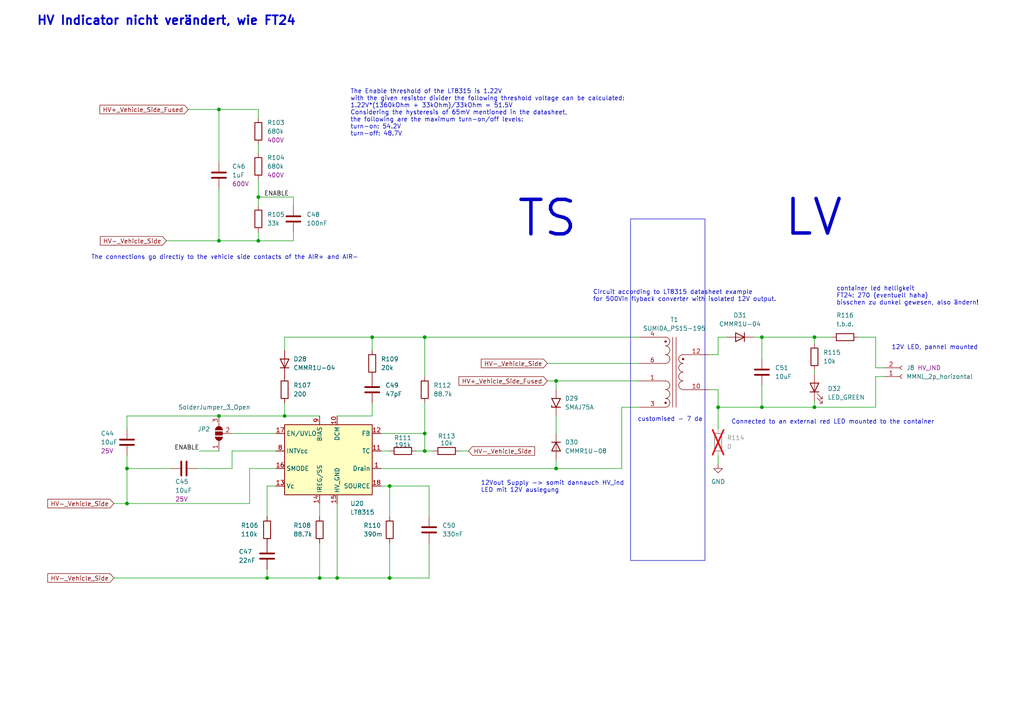
<source format=kicad_sch>
(kicad_sch
	(version 20231120)
	(generator "eeschema")
	(generator_version "8.0")
	(uuid "4459071b-d24b-42b5-b10c-2df6720e60d9")
	(paper "A4")
	(lib_symbols
		(symbol "Device:C"
			(pin_numbers hide)
			(pin_names
				(offset 0.254)
			)
			(exclude_from_sim no)
			(in_bom yes)
			(on_board yes)
			(property "Reference" "C"
				(at 0.635 2.54 0)
				(effects
					(font
						(size 1.27 1.27)
					)
					(justify left)
				)
			)
			(property "Value" "C"
				(at 0.635 -2.54 0)
				(effects
					(font
						(size 1.27 1.27)
					)
					(justify left)
				)
			)
			(property "Footprint" ""
				(at 0.9652 -3.81 0)
				(effects
					(font
						(size 1.27 1.27)
					)
					(hide yes)
				)
			)
			(property "Datasheet" "~"
				(at 0 0 0)
				(effects
					(font
						(size 1.27 1.27)
					)
					(hide yes)
				)
			)
			(property "Description" "Unpolarized capacitor"
				(at 0 0 0)
				(effects
					(font
						(size 1.27 1.27)
					)
					(hide yes)
				)
			)
			(property "ki_keywords" "cap capacitor"
				(at 0 0 0)
				(effects
					(font
						(size 1.27 1.27)
					)
					(hide yes)
				)
			)
			(property "ki_fp_filters" "C_*"
				(at 0 0 0)
				(effects
					(font
						(size 1.27 1.27)
					)
					(hide yes)
				)
			)
			(symbol "C_0_1"
				(polyline
					(pts
						(xy -2.032 -0.762) (xy 2.032 -0.762)
					)
					(stroke
						(width 0.508)
						(type default)
					)
					(fill
						(type none)
					)
				)
				(polyline
					(pts
						(xy -2.032 0.762) (xy 2.032 0.762)
					)
					(stroke
						(width 0.508)
						(type default)
					)
					(fill
						(type none)
					)
				)
			)
			(symbol "C_1_1"
				(pin passive line
					(at 0 3.81 270)
					(length 2.794)
					(name "~"
						(effects
							(font
								(size 1.27 1.27)
							)
						)
					)
					(number "1"
						(effects
							(font
								(size 1.27 1.27)
							)
						)
					)
				)
				(pin passive line
					(at 0 -3.81 90)
					(length 2.794)
					(name "~"
						(effects
							(font
								(size 1.27 1.27)
							)
						)
					)
					(number "2"
						(effects
							(font
								(size 1.27 1.27)
							)
						)
					)
				)
			)
		)
		(symbol "Device:LED"
			(pin_numbers hide)
			(pin_names
				(offset 1.016) hide)
			(exclude_from_sim no)
			(in_bom yes)
			(on_board yes)
			(property "Reference" "D"
				(at 0 2.54 0)
				(effects
					(font
						(size 1.27 1.27)
					)
				)
			)
			(property "Value" "LED"
				(at 0 -2.54 0)
				(effects
					(font
						(size 1.27 1.27)
					)
				)
			)
			(property "Footprint" ""
				(at 0 0 0)
				(effects
					(font
						(size 1.27 1.27)
					)
					(hide yes)
				)
			)
			(property "Datasheet" "~"
				(at 0 0 0)
				(effects
					(font
						(size 1.27 1.27)
					)
					(hide yes)
				)
			)
			(property "Description" "Light emitting diode"
				(at 0 0 0)
				(effects
					(font
						(size 1.27 1.27)
					)
					(hide yes)
				)
			)
			(property "ki_keywords" "LED diode"
				(at 0 0 0)
				(effects
					(font
						(size 1.27 1.27)
					)
					(hide yes)
				)
			)
			(property "ki_fp_filters" "LED* LED_SMD:* LED_THT:*"
				(at 0 0 0)
				(effects
					(font
						(size 1.27 1.27)
					)
					(hide yes)
				)
			)
			(symbol "LED_0_1"
				(polyline
					(pts
						(xy -1.27 -1.27) (xy -1.27 1.27)
					)
					(stroke
						(width 0.254)
						(type default)
					)
					(fill
						(type none)
					)
				)
				(polyline
					(pts
						(xy -1.27 0) (xy 1.27 0)
					)
					(stroke
						(width 0)
						(type default)
					)
					(fill
						(type none)
					)
				)
				(polyline
					(pts
						(xy 1.27 -1.27) (xy 1.27 1.27) (xy -1.27 0) (xy 1.27 -1.27)
					)
					(stroke
						(width 0.254)
						(type default)
					)
					(fill
						(type none)
					)
				)
				(polyline
					(pts
						(xy -3.048 -0.762) (xy -4.572 -2.286) (xy -3.81 -2.286) (xy -4.572 -2.286) (xy -4.572 -1.524)
					)
					(stroke
						(width 0)
						(type default)
					)
					(fill
						(type none)
					)
				)
				(polyline
					(pts
						(xy -1.778 -0.762) (xy -3.302 -2.286) (xy -2.54 -2.286) (xy -3.302 -2.286) (xy -3.302 -1.524)
					)
					(stroke
						(width 0)
						(type default)
					)
					(fill
						(type none)
					)
				)
			)
			(symbol "LED_1_1"
				(pin passive line
					(at -3.81 0 0)
					(length 2.54)
					(name "K"
						(effects
							(font
								(size 1.27 1.27)
							)
						)
					)
					(number "1"
						(effects
							(font
								(size 1.27 1.27)
							)
						)
					)
				)
				(pin passive line
					(at 3.81 0 180)
					(length 2.54)
					(name "A"
						(effects
							(font
								(size 1.27 1.27)
							)
						)
					)
					(number "2"
						(effects
							(font
								(size 1.27 1.27)
							)
						)
					)
				)
			)
		)
		(symbol "Device:R"
			(pin_numbers hide)
			(pin_names
				(offset 0)
			)
			(exclude_from_sim no)
			(in_bom yes)
			(on_board yes)
			(property "Reference" "R"
				(at 2.032 0 90)
				(effects
					(font
						(size 1.27 1.27)
					)
				)
			)
			(property "Value" "R"
				(at 0 0 90)
				(effects
					(font
						(size 1.27 1.27)
					)
				)
			)
			(property "Footprint" ""
				(at -1.778 0 90)
				(effects
					(font
						(size 1.27 1.27)
					)
					(hide yes)
				)
			)
			(property "Datasheet" "~"
				(at 0 0 0)
				(effects
					(font
						(size 1.27 1.27)
					)
					(hide yes)
				)
			)
			(property "Description" "Resistor"
				(at 0 0 0)
				(effects
					(font
						(size 1.27 1.27)
					)
					(hide yes)
				)
			)
			(property "ki_keywords" "R res resistor"
				(at 0 0 0)
				(effects
					(font
						(size 1.27 1.27)
					)
					(hide yes)
				)
			)
			(property "ki_fp_filters" "R_*"
				(at 0 0 0)
				(effects
					(font
						(size 1.27 1.27)
					)
					(hide yes)
				)
			)
			(symbol "R_0_1"
				(rectangle
					(start -1.016 -2.54)
					(end 1.016 2.54)
					(stroke
						(width 0.254)
						(type default)
					)
					(fill
						(type none)
					)
				)
			)
			(symbol "R_1_1"
				(pin passive line
					(at 0 3.81 270)
					(length 1.27)
					(name "~"
						(effects
							(font
								(size 1.27 1.27)
							)
						)
					)
					(number "1"
						(effects
							(font
								(size 1.27 1.27)
							)
						)
					)
				)
				(pin passive line
					(at 0 -3.81 90)
					(length 1.27)
					(name "~"
						(effects
							(font
								(size 1.27 1.27)
							)
						)
					)
					(number "2"
						(effects
							(font
								(size 1.27 1.27)
							)
						)
					)
				)
			)
		)
		(symbol "FaSTTUBe_connectors:MMNL_2p_horizontal"
			(pin_names
				(offset 1.016) hide)
			(exclude_from_sim no)
			(in_bom yes)
			(on_board yes)
			(property "Reference" "J"
				(at 0 2.54 0)
				(effects
					(font
						(size 1.27 1.27)
					)
				)
			)
			(property "Value" "MMNL_2p_horizontal"
				(at 0 -5.08 0)
				(effects
					(font
						(size 1.27 1.27)
					)
				)
			)
			(property "Footprint" "FaSTTUBe_connectors:Micro_Mate-N-Lok_2p_horizontal"
				(at 0 5.08 0)
				(effects
					(font
						(size 1.27 1.27)
					)
					(hide yes)
				)
			)
			(property "Datasheet" "~"
				(at 0 0 0)
				(effects
					(font
						(size 1.27 1.27)
					)
					(hide yes)
				)
			)
			(property "Description" "Micro Mate-N-Lok, single row, 2 position, SMD, horizontal"
				(at 0 0 0)
				(effects
					(font
						(size 1.27 1.27)
					)
					(hide yes)
				)
			)
			(property "ki_keywords" "connector mate-n-lok"
				(at 0 0 0)
				(effects
					(font
						(size 1.27 1.27)
					)
					(hide yes)
				)
			)
			(property "ki_fp_filters" "Connector*:*_1x??_*"
				(at 0 0 0)
				(effects
					(font
						(size 1.27 1.27)
					)
					(hide yes)
				)
			)
			(symbol "MMNL_2p_horizontal_1_1"
				(arc
					(start 0 -2.032)
					(mid -0.5058 -2.54)
					(end 0 -3.048)
					(stroke
						(width 0.1524)
						(type default)
					)
					(fill
						(type none)
					)
				)
				(polyline
					(pts
						(xy -1.27 -2.54) (xy -0.508 -2.54)
					)
					(stroke
						(width 0.1524)
						(type default)
					)
					(fill
						(type none)
					)
				)
				(polyline
					(pts
						(xy -1.27 0) (xy -0.508 0)
					)
					(stroke
						(width 0.1524)
						(type default)
					)
					(fill
						(type none)
					)
				)
				(arc
					(start 0 0.508)
					(mid -0.5058 0)
					(end 0 -0.508)
					(stroke
						(width 0.1524)
						(type default)
					)
					(fill
						(type none)
					)
				)
				(pin passive line
					(at -5.08 0 0)
					(length 3.81)
					(name "Pin_1"
						(effects
							(font
								(size 1.27 1.27)
							)
						)
					)
					(number "1"
						(effects
							(font
								(size 1.27 1.27)
							)
						)
					)
				)
				(pin passive line
					(at -5.08 -2.54 0)
					(length 3.81)
					(name "Pin_2"
						(effects
							(font
								(size 1.27 1.27)
							)
						)
					)
					(number "2"
						(effects
							(font
								(size 1.27 1.27)
							)
						)
					)
				)
			)
		)
		(symbol "HV_Indicator:CMMR1U-04"
			(pin_numbers hide)
			(pin_names
				(offset 1.016) hide)
			(exclude_from_sim no)
			(in_bom yes)
			(on_board yes)
			(property "Reference" "D"
				(at 0 2.54 0)
				(effects
					(font
						(size 1.27 1.27)
					)
				)
			)
			(property "Value" "CMMR1U-04"
				(at 0 -2.54 0)
				(effects
					(font
						(size 1.27 1.27)
					)
				)
			)
			(property "Footprint" "Diode_SMD:D_SOD-123F"
				(at 0 0 0)
				(effects
					(font
						(size 1.27 1.27)
					)
					(hide yes)
				)
			)
			(property "Datasheet" "https://www.mouser.de/datasheet/2/68/CSEMS02975_1-2539073.pdf"
				(at 0 0 0)
				(effects
					(font
						(size 1.27 1.27)
					)
					(hide yes)
				)
			)
			(property "Description" "Diode, Vr=400V, I=1.0A"
				(at 0 0 0)
				(effects
					(font
						(size 1.27 1.27)
					)
					(hide yes)
				)
			)
			(property "ki_keywords" "diode"
				(at 0 0 0)
				(effects
					(font
						(size 1.27 1.27)
					)
					(hide yes)
				)
			)
			(property "ki_fp_filters" "TO-???* *_Diode_* *SingleDiode* D_*"
				(at 0 0 0)
				(effects
					(font
						(size 1.27 1.27)
					)
					(hide yes)
				)
			)
			(symbol "CMMR1U-04_0_1"
				(polyline
					(pts
						(xy -1.27 1.27) (xy -1.27 -1.27)
					)
					(stroke
						(width 0.254)
						(type default)
					)
					(fill
						(type none)
					)
				)
				(polyline
					(pts
						(xy 1.27 0) (xy -1.27 0)
					)
					(stroke
						(width 0)
						(type default)
					)
					(fill
						(type none)
					)
				)
				(polyline
					(pts
						(xy 1.27 1.27) (xy 1.27 -1.27) (xy -1.27 0) (xy 1.27 1.27)
					)
					(stroke
						(width 0.254)
						(type default)
					)
					(fill
						(type none)
					)
				)
			)
			(symbol "CMMR1U-04_1_1"
				(pin passive line
					(at -3.81 0 0)
					(length 2.54)
					(name "K"
						(effects
							(font
								(size 1.27 1.27)
							)
						)
					)
					(number "1"
						(effects
							(font
								(size 1.27 1.27)
							)
						)
					)
				)
				(pin passive line
					(at 3.81 0 180)
					(length 2.54)
					(name "A"
						(effects
							(font
								(size 1.27 1.27)
							)
						)
					)
					(number "2"
						(effects
							(font
								(size 1.27 1.27)
							)
						)
					)
				)
			)
		)
		(symbol "HV_Indicator:CMMR1U-08"
			(pin_numbers hide)
			(pin_names
				(offset 1.016) hide)
			(exclude_from_sim no)
			(in_bom yes)
			(on_board yes)
			(property "Reference" "D"
				(at 0 2.54 0)
				(effects
					(font
						(size 1.27 1.27)
					)
				)
			)
			(property "Value" "CMMR1U-08"
				(at 0 -2.54 0)
				(effects
					(font
						(size 1.27 1.27)
					)
				)
			)
			(property "Footprint" "Diode_SMD:D_SOD-123F"
				(at 0 0 0)
				(effects
					(font
						(size 1.27 1.27)
					)
					(hide yes)
				)
			)
			(property "Datasheet" "https://www.mouser.de/datasheet/2/68/CSEMS02975_1-2539073.pdf"
				(at 0 0 0)
				(effects
					(font
						(size 1.27 1.27)
					)
					(hide yes)
				)
			)
			(property "Description" "Diode, Vr=800V, I=1.0A"
				(at 0 0 0)
				(effects
					(font
						(size 1.27 1.27)
					)
					(hide yes)
				)
			)
			(property "ki_keywords" "diode"
				(at 0 0 0)
				(effects
					(font
						(size 1.27 1.27)
					)
					(hide yes)
				)
			)
			(property "ki_fp_filters" "TO-???* *_Diode_* *SingleDiode* D_*"
				(at 0 0 0)
				(effects
					(font
						(size 1.27 1.27)
					)
					(hide yes)
				)
			)
			(symbol "CMMR1U-08_0_1"
				(polyline
					(pts
						(xy -1.27 1.27) (xy -1.27 -1.27)
					)
					(stroke
						(width 0.254)
						(type default)
					)
					(fill
						(type none)
					)
				)
				(polyline
					(pts
						(xy 1.27 0) (xy -1.27 0)
					)
					(stroke
						(width 0)
						(type default)
					)
					(fill
						(type none)
					)
				)
				(polyline
					(pts
						(xy 1.27 1.27) (xy 1.27 -1.27) (xy -1.27 0) (xy 1.27 1.27)
					)
					(stroke
						(width 0.254)
						(type default)
					)
					(fill
						(type none)
					)
				)
			)
			(symbol "CMMR1U-08_1_1"
				(pin passive line
					(at -3.81 0 0)
					(length 2.54)
					(name "K"
						(effects
							(font
								(size 1.27 1.27)
							)
						)
					)
					(number "1"
						(effects
							(font
								(size 1.27 1.27)
							)
						)
					)
				)
				(pin passive line
					(at 3.81 0 180)
					(length 2.54)
					(name "A"
						(effects
							(font
								(size 1.27 1.27)
							)
						)
					)
					(number "2"
						(effects
							(font
								(size 1.27 1.27)
							)
						)
					)
				)
			)
		)
		(symbol "HV_Indicator:LT8315"
			(exclude_from_sim no)
			(in_bom yes)
			(on_board yes)
			(property "Reference" "U901"
				(at 6.35 -12.7 0)
				(effects
					(font
						(size 1.27 1.27)
					)
					(justify left)
				)
			)
			(property "Value" "LT8315"
				(at 6.35 -15.24 0)
				(effects
					(font
						(size 1.27 1.27)
					)
					(justify left)
				)
			)
			(property "Footprint" "HV_Indicator:LT8315"
				(at 0 20.32 0)
				(effects
					(font
						(size 1.27 1.27)
					)
					(hide yes)
				)
			)
			(property "Datasheet" "https://www.analog.com/media/en/technical-documentation/data-sheets/8315fa.pdf"
				(at 0 22.86 0)
				(effects
					(font
						(size 1.27 1.27)
					)
					(hide yes)
				)
			)
			(property "Description" ""
				(at 0 0 0)
				(effects
					(font
						(size 1.27 1.27)
					)
					(hide yes)
				)
			)
			(symbol "LT8315_0_1"
				(rectangle
					(start -12.7 10.16)
					(end 12.7 -10.16)
					(stroke
						(width 0.254)
						(type default)
					)
					(fill
						(type background)
					)
				)
			)
			(symbol "LT8315_1_1"
				(pin open_collector line
					(at 15.24 -2.54 180)
					(length 2.54)
					(name "Drain"
						(effects
							(font
								(size 1.27 1.27)
							)
						)
					)
					(number "1"
						(effects
							(font
								(size 1.27 1.27)
							)
						)
					)
				)
				(pin passive line
					(at 2.54 12.7 270)
					(length 2.54)
					(name "DCM"
						(effects
							(font
								(size 1.27 1.27)
							)
						)
					)
					(number "10"
						(effects
							(font
								(size 1.27 1.27)
							)
						)
					)
				)
				(pin input line
					(at 15.24 2.54 180)
					(length 2.54)
					(name "TC"
						(effects
							(font
								(size 1.27 1.27)
							)
						)
					)
					(number "11"
						(effects
							(font
								(size 1.27 1.27)
							)
						)
					)
				)
				(pin input line
					(at 15.24 7.62 180)
					(length 2.54)
					(name "FB"
						(effects
							(font
								(size 1.27 1.27)
							)
						)
					)
					(number "12"
						(effects
							(font
								(size 1.27 1.27)
							)
						)
					)
				)
				(pin input line
					(at -15.24 -7.62 0)
					(length 2.54)
					(name "Vc"
						(effects
							(font
								(size 1.27 1.27)
							)
						)
					)
					(number "13"
						(effects
							(font
								(size 1.27 1.27)
							)
						)
					)
				)
				(pin input line
					(at -2.54 -12.7 90)
					(length 2.54)
					(name "IREG/SS"
						(effects
							(font
								(size 1.27 1.27)
							)
						)
					)
					(number "14"
						(effects
							(font
								(size 1.27 1.27)
							)
						)
					)
				)
				(pin power_in line
					(at 2.54 -12.7 90)
					(length 2.54)
					(name "HV_GND"
						(effects
							(font
								(size 1.27 1.27)
							)
						)
					)
					(number "15"
						(effects
							(font
								(size 1.27 1.27)
							)
						)
					)
				)
				(pin input line
					(at -15.24 -2.54 0)
					(length 2.54)
					(name "SMODE"
						(effects
							(font
								(size 1.27 1.27)
							)
						)
					)
					(number "16"
						(effects
							(font
								(size 1.27 1.27)
							)
						)
					)
				)
				(pin input line
					(at -15.24 7.62 0)
					(length 2.54)
					(name "EN/UVLO"
						(effects
							(font
								(size 1.27 1.27)
							)
						)
					)
					(number "17"
						(effects
							(font
								(size 1.27 1.27)
							)
						)
					)
				)
				(pin passive line
					(at 15.24 -7.62 180)
					(length 2.54)
					(name "SOURCE"
						(effects
							(font
								(size 1.27 1.27)
							)
						)
					)
					(number "18"
						(effects
							(font
								(size 1.27 1.27)
							)
						)
					)
				)
				(pin no_connect line
					(at -7.62 -12.7 90)
					(length 2.54) hide
					(name "N.C."
						(effects
							(font
								(size 1.27 1.27)
							)
						)
					)
					(number "19"
						(effects
							(font
								(size 1.27 1.27)
							)
						)
					)
				)
				(pin open_collector line
					(at 15.24 -2.54 180)
					(length 2.54) hide
					(name "Drain"
						(effects
							(font
								(size 1.27 1.27)
							)
						)
					)
					(number "2"
						(effects
							(font
								(size 1.27 1.27)
							)
						)
					)
				)
				(pin power_in line
					(at 2.54 -12.7 90)
					(length 2.54) hide
					(name "HV_GND"
						(effects
							(font
								(size 1.27 1.27)
							)
						)
					)
					(number "20"
						(effects
							(font
								(size 1.27 1.27)
							)
						)
					)
				)
				(pin power_in line
					(at 2.54 -12.7 90)
					(length 2.54) hide
					(name "HV_GND"
						(effects
							(font
								(size 1.27 1.27)
							)
						)
					)
					(number "21"
						(effects
							(font
								(size 1.27 1.27)
							)
						)
					)
				)
				(pin open_collector line
					(at 15.24 -2.54 180)
					(length 2.54) hide
					(name "Drain"
						(effects
							(font
								(size 1.27 1.27)
							)
						)
					)
					(number "3"
						(effects
							(font
								(size 1.27 1.27)
							)
						)
					)
				)
				(pin passive line
					(at -15.24 2.54 0)
					(length 2.54)
					(name "INTVcc"
						(effects
							(font
								(size 1.27 1.27)
							)
						)
					)
					(number "8"
						(effects
							(font
								(size 1.27 1.27)
							)
						)
					)
				)
				(pin passive line
					(at -2.54 12.7 270)
					(length 2.54)
					(name "BIAS"
						(effects
							(font
								(size 1.27 1.27)
							)
						)
					)
					(number "9"
						(effects
							(font
								(size 1.27 1.27)
							)
						)
					)
				)
			)
		)
		(symbol "HV_Indicator:SMAJ75A"
			(pin_numbers hide)
			(pin_names
				(offset 1.016) hide)
			(exclude_from_sim no)
			(in_bom yes)
			(on_board yes)
			(property "Reference" "D"
				(at 0 2.54 0)
				(effects
					(font
						(size 1.27 1.27)
					)
				)
			)
			(property "Value" "SMAJ75A"
				(at 0 -2.54 0)
				(effects
					(font
						(size 1.27 1.27)
					)
				)
			)
			(property "Footprint" "Diode_SMD:D_SMA"
				(at 0 -5.08 0)
				(effects
					(font
						(size 1.27 1.27)
					)
					(hide yes)
				)
			)
			(property "Datasheet" "https://www.littelfuse.com/media?resourcetype=datasheets&itemid=75e32973-b177-4ee3-a0ff-cedaf1abdb93&filename=smaj-datasheet"
				(at -1.27 0 0)
				(effects
					(font
						(size 1.27 1.27)
					)
					(hide yes)
				)
			)
			(property "Description" "400W unidirectional Transil Transient Voltage Suppressor, 75.0Vrwm, DO-214AC"
				(at 0 0 0)
				(effects
					(font
						(size 1.27 1.27)
					)
					(hide yes)
				)
			)
			(property "ki_keywords" "diode TVS voltage suppressor"
				(at 0 0 0)
				(effects
					(font
						(size 1.27 1.27)
					)
					(hide yes)
				)
			)
			(property "ki_fp_filters" "D*SMB*"
				(at 0 0 0)
				(effects
					(font
						(size 1.27 1.27)
					)
					(hide yes)
				)
			)
			(symbol "SMAJ75A_0_1"
				(polyline
					(pts
						(xy -0.762 1.27) (xy -1.27 1.27) (xy -1.27 -1.27)
					)
					(stroke
						(width 0.254)
						(type default)
					)
					(fill
						(type none)
					)
				)
				(polyline
					(pts
						(xy 1.27 1.27) (xy 1.27 -1.27) (xy -1.27 0) (xy 1.27 1.27)
					)
					(stroke
						(width 0.254)
						(type default)
					)
					(fill
						(type none)
					)
				)
			)
			(symbol "SMAJ75A_1_1"
				(pin passive line
					(at -3.81 0 0)
					(length 2.54)
					(name "A1"
						(effects
							(font
								(size 1.27 1.27)
							)
						)
					)
					(number "1"
						(effects
							(font
								(size 1.27 1.27)
							)
						)
					)
				)
				(pin passive line
					(at 3.81 0 180)
					(length 2.54)
					(name "A2"
						(effects
							(font
								(size 1.27 1.27)
							)
						)
					)
					(number "2"
						(effects
							(font
								(size 1.27 1.27)
							)
						)
					)
				)
			)
		)
		(symbol "HV_Indicator:SUMIDA_PS15-195"
			(pin_names
				(offset 1.016) hide)
			(exclude_from_sim no)
			(in_bom yes)
			(on_board yes)
			(property "Reference" "T"
				(at 0 12.7 0)
				(effects
					(font
						(size 1.27 1.27)
					)
				)
			)
			(property "Value" "SUMIDA_PS15-195"
				(at 0 -12.7 0)
				(effects
					(font
						(size 1.27 1.27)
					)
				)
			)
			(property "Footprint" "HV_Indicator:sumida"
				(at 0 0 0)
				(effects
					(font
						(size 1.27 1.27)
					)
					(hide yes)
				)
			)
			(property "Datasheet" "~"
				(at 0 0 0)
				(effects
					(font
						(size 1.27 1.27)
					)
					(hide yes)
				)
			)
			(property "Description" "Transformer, dual primary, single secondary"
				(at 0 0 0)
				(effects
					(font
						(size 1.27 1.27)
					)
					(hide yes)
				)
			)
			(property "ki_keywords" "transformer coil magnet"
				(at 0 0 0)
				(effects
					(font
						(size 1.27 1.27)
					)
					(hide yes)
				)
			)
			(symbol "SUMIDA_PS15-195_0_1"
				(arc
					(start -2.54 -10.1346)
					(mid -1.6599 -9.7701)
					(end -1.2954 -8.89)
					(stroke
						(width 0)
						(type default)
					)
					(fill
						(type none)
					)
				)
				(circle
					(center -2.54 -8.89)
					(radius 0.254)
					(stroke
						(width 0)
						(type default)
					)
					(fill
						(type outline)
					)
				)
				(arc
					(start -2.54 -7.5946)
					(mid -1.6599 -7.2301)
					(end -1.2954 -6.35)
					(stroke
						(width 0)
						(type default)
					)
					(fill
						(type none)
					)
				)
				(arc
					(start -2.54 -5.0546)
					(mid -1.6599 -4.6901)
					(end -1.2954 -3.81)
					(stroke
						(width 0)
						(type default)
					)
					(fill
						(type none)
					)
				)
				(arc
					(start -2.54 2.5654)
					(mid -1.6599 2.9299)
					(end -1.2954 3.81)
					(stroke
						(width 0)
						(type default)
					)
					(fill
						(type none)
					)
				)
				(arc
					(start -2.54 5.1054)
					(mid -1.6599 5.4699)
					(end -1.2954 6.35)
					(stroke
						(width 0)
						(type default)
					)
					(fill
						(type none)
					)
				)
				(arc
					(start -2.54 7.6454)
					(mid -1.6599 8.0099)
					(end -1.2954 8.89)
					(stroke
						(width 0)
						(type default)
					)
					(fill
						(type none)
					)
				)
				(circle
					(center -2.54 8.89)
					(radius 0.254)
					(stroke
						(width 0)
						(type default)
					)
					(fill
						(type outline)
					)
				)
				(arc
					(start -1.2954 -8.89)
					(mid -1.6457 -7.9883)
					(end -2.54 -7.62)
					(stroke
						(width 0)
						(type default)
					)
					(fill
						(type none)
					)
				)
				(arc
					(start -1.2954 -6.35)
					(mid -1.6457 -5.4483)
					(end -2.54 -5.08)
					(stroke
						(width 0)
						(type default)
					)
					(fill
						(type none)
					)
				)
				(arc
					(start -1.2954 -3.81)
					(mid -1.6457 -2.9083)
					(end -2.54 -2.54)
					(stroke
						(width 0)
						(type default)
					)
					(fill
						(type none)
					)
				)
				(arc
					(start -1.2954 3.81)
					(mid -1.6457 4.7117)
					(end -2.54 5.08)
					(stroke
						(width 0)
						(type default)
					)
					(fill
						(type none)
					)
				)
				(arc
					(start -1.2954 6.35)
					(mid -1.6457 7.2517)
					(end -2.54 7.62)
					(stroke
						(width 0)
						(type default)
					)
					(fill
						(type none)
					)
				)
				(arc
					(start -1.2954 8.89)
					(mid -1.6457 9.7917)
					(end -2.54 10.16)
					(stroke
						(width 0)
						(type default)
					)
					(fill
						(type none)
					)
				)
				(polyline
					(pts
						(xy -0.508 10.16) (xy -0.508 -10.16)
					)
					(stroke
						(width 0)
						(type default)
					)
					(fill
						(type none)
					)
				)
				(polyline
					(pts
						(xy 0.508 -10.16) (xy 0.508 10.16)
					)
					(stroke
						(width 0)
						(type default)
					)
					(fill
						(type none)
					)
				)
				(arc
					(start 1.27 -3.81)
					(mid 1.656 -4.6864)
					(end 2.54 -5.0546)
					(stroke
						(width 0)
						(type default)
					)
					(fill
						(type none)
					)
				)
				(arc
					(start 1.27 -1.27)
					(mid 1.656 -2.1464)
					(end 2.54 -2.5146)
					(stroke
						(width 0)
						(type default)
					)
					(fill
						(type none)
					)
				)
				(arc
					(start 1.27 1.27)
					(mid 1.656 0.3936)
					(end 2.54 0.0254)
					(stroke
						(width 0)
						(type default)
					)
					(fill
						(type none)
					)
				)
				(arc
					(start 1.27 3.81)
					(mid 1.656 2.9336)
					(end 2.54 2.5654)
					(stroke
						(width 0)
						(type default)
					)
					(fill
						(type none)
					)
				)
				(arc
					(start 2.54 -2.54)
					(mid 1.642 -2.912)
					(end 1.27 -3.81)
					(stroke
						(width 0)
						(type default)
					)
					(fill
						(type none)
					)
				)
				(arc
					(start 2.54 0)
					(mid 1.642 -0.372)
					(end 1.27 -1.27)
					(stroke
						(width 0)
						(type default)
					)
					(fill
						(type none)
					)
				)
				(arc
					(start 2.54 2.54)
					(mid 1.642 2.168)
					(end 1.27 1.27)
					(stroke
						(width 0)
						(type default)
					)
					(fill
						(type none)
					)
				)
				(circle
					(center 2.54 3.81)
					(radius 0.254)
					(stroke
						(width 0)
						(type default)
					)
					(fill
						(type outline)
					)
				)
				(arc
					(start 2.54 5.08)
					(mid 1.642 4.708)
					(end 1.27 3.81)
					(stroke
						(width 0)
						(type default)
					)
					(fill
						(type none)
					)
				)
			)
			(symbol "SUMIDA_PS15-195_1_1"
				(pin passive line
					(at -10.16 -2.54 0)
					(length 7.62)
					(name "SC"
						(effects
							(font
								(size 1.27 1.27)
							)
						)
					)
					(number "1"
						(effects
							(font
								(size 1.27 1.27)
							)
						)
					)
				)
				(pin passive line
					(at 10.16 -5.08 180)
					(length 7.62)
					(name "AB"
						(effects
							(font
								(size 1.27 1.27)
							)
						)
					)
					(number "10"
						(effects
							(font
								(size 1.27 1.27)
							)
						)
					)
				)
				(pin passive line
					(at 10.16 5.08 180)
					(length 7.62)
					(name "AA"
						(effects
							(font
								(size 1.27 1.27)
							)
						)
					)
					(number "12"
						(effects
							(font
								(size 1.27 1.27)
							)
						)
					)
				)
				(pin passive line
					(at -10.16 -10.16 0)
					(length 7.62)
					(name "SD"
						(effects
							(font
								(size 1.27 1.27)
							)
						)
					)
					(number "3"
						(effects
							(font
								(size 1.27 1.27)
							)
						)
					)
				)
				(pin passive line
					(at -10.16 10.16 0)
					(length 7.62)
					(name "~"
						(effects
							(font
								(size 1.27 1.27)
							)
						)
					)
					(number "4"
						(effects
							(font
								(size 1.27 1.27)
							)
						)
					)
				)
				(pin passive line
					(at -10.16 2.54 0)
					(length 7.62)
					(name "~"
						(effects
							(font
								(size 1.27 1.27)
							)
						)
					)
					(number "6"
						(effects
							(font
								(size 1.27 1.27)
							)
						)
					)
				)
			)
		)
		(symbol "Jumper:SolderJumper_3_Open"
			(pin_names
				(offset 0) hide)
			(exclude_from_sim no)
			(in_bom yes)
			(on_board yes)
			(property "Reference" "JP"
				(at -2.54 -2.54 0)
				(effects
					(font
						(size 1.27 1.27)
					)
				)
			)
			(property "Value" "SolderJumper_3_Open"
				(at 0 2.794 0)
				(effects
					(font
						(size 1.27 1.27)
					)
				)
			)
			(property "Footprint" ""
				(at 0 0 0)
				(effects
					(font
						(size 1.27 1.27)
					)
					(hide yes)
				)
			)
			(property "Datasheet" "~"
				(at 0 0 0)
				(effects
					(font
						(size 1.27 1.27)
					)
					(hide yes)
				)
			)
			(property "Description" "Solder Jumper, 3-pole, open"
				(at 0 0 0)
				(effects
					(font
						(size 1.27 1.27)
					)
					(hide yes)
				)
			)
			(property "ki_keywords" "Solder Jumper SPDT"
				(at 0 0 0)
				(effects
					(font
						(size 1.27 1.27)
					)
					(hide yes)
				)
			)
			(property "ki_fp_filters" "SolderJumper*Open*"
				(at 0 0 0)
				(effects
					(font
						(size 1.27 1.27)
					)
					(hide yes)
				)
			)
			(symbol "SolderJumper_3_Open_0_1"
				(arc
					(start -1.016 1.016)
					(mid -2.0276 0)
					(end -1.016 -1.016)
					(stroke
						(width 0)
						(type default)
					)
					(fill
						(type none)
					)
				)
				(arc
					(start -1.016 1.016)
					(mid -2.0276 0)
					(end -1.016 -1.016)
					(stroke
						(width 0)
						(type default)
					)
					(fill
						(type outline)
					)
				)
				(rectangle
					(start -0.508 1.016)
					(end 0.508 -1.016)
					(stroke
						(width 0)
						(type default)
					)
					(fill
						(type outline)
					)
				)
				(polyline
					(pts
						(xy -2.54 0) (xy -2.032 0)
					)
					(stroke
						(width 0)
						(type default)
					)
					(fill
						(type none)
					)
				)
				(polyline
					(pts
						(xy -1.016 1.016) (xy -1.016 -1.016)
					)
					(stroke
						(width 0)
						(type default)
					)
					(fill
						(type none)
					)
				)
				(polyline
					(pts
						(xy 0 -1.27) (xy 0 -1.016)
					)
					(stroke
						(width 0)
						(type default)
					)
					(fill
						(type none)
					)
				)
				(polyline
					(pts
						(xy 1.016 1.016) (xy 1.016 -1.016)
					)
					(stroke
						(width 0)
						(type default)
					)
					(fill
						(type none)
					)
				)
				(polyline
					(pts
						(xy 2.54 0) (xy 2.032 0)
					)
					(stroke
						(width 0)
						(type default)
					)
					(fill
						(type none)
					)
				)
				(arc
					(start 1.016 -1.016)
					(mid 2.0276 0)
					(end 1.016 1.016)
					(stroke
						(width 0)
						(type default)
					)
					(fill
						(type none)
					)
				)
				(arc
					(start 1.016 -1.016)
					(mid 2.0276 0)
					(end 1.016 1.016)
					(stroke
						(width 0)
						(type default)
					)
					(fill
						(type outline)
					)
				)
			)
			(symbol "SolderJumper_3_Open_1_1"
				(pin passive line
					(at -5.08 0 0)
					(length 2.54)
					(name "A"
						(effects
							(font
								(size 1.27 1.27)
							)
						)
					)
					(number "1"
						(effects
							(font
								(size 1.27 1.27)
							)
						)
					)
				)
				(pin passive line
					(at 0 -3.81 90)
					(length 2.54)
					(name "C"
						(effects
							(font
								(size 1.27 1.27)
							)
						)
					)
					(number "2"
						(effects
							(font
								(size 1.27 1.27)
							)
						)
					)
				)
				(pin passive line
					(at 5.08 0 180)
					(length 2.54)
					(name "B"
						(effects
							(font
								(size 1.27 1.27)
							)
						)
					)
					(number "3"
						(effects
							(font
								(size 1.27 1.27)
							)
						)
					)
				)
			)
		)
		(symbol "power:GND"
			(power)
			(pin_numbers hide)
			(pin_names
				(offset 0) hide)
			(exclude_from_sim no)
			(in_bom yes)
			(on_board yes)
			(property "Reference" "#PWR"
				(at 0 -6.35 0)
				(effects
					(font
						(size 1.27 1.27)
					)
					(hide yes)
				)
			)
			(property "Value" "GND"
				(at 0 -3.81 0)
				(effects
					(font
						(size 1.27 1.27)
					)
				)
			)
			(property "Footprint" ""
				(at 0 0 0)
				(effects
					(font
						(size 1.27 1.27)
					)
					(hide yes)
				)
			)
			(property "Datasheet" ""
				(at 0 0 0)
				(effects
					(font
						(size 1.27 1.27)
					)
					(hide yes)
				)
			)
			(property "Description" "Power symbol creates a global label with name \"GND\" , ground"
				(at 0 0 0)
				(effects
					(font
						(size 1.27 1.27)
					)
					(hide yes)
				)
			)
			(property "ki_keywords" "global power"
				(at 0 0 0)
				(effects
					(font
						(size 1.27 1.27)
					)
					(hide yes)
				)
			)
			(symbol "GND_0_1"
				(polyline
					(pts
						(xy 0 0) (xy 0 -1.27) (xy 1.27 -1.27) (xy 0 -2.54) (xy -1.27 -1.27) (xy 0 -1.27)
					)
					(stroke
						(width 0)
						(type default)
					)
					(fill
						(type none)
					)
				)
			)
			(symbol "GND_1_1"
				(pin power_in line
					(at 0 0 270)
					(length 0)
					(name "~"
						(effects
							(font
								(size 1.27 1.27)
							)
						)
					)
					(number "1"
						(effects
							(font
								(size 1.27 1.27)
							)
						)
					)
				)
			)
		)
	)
	(junction
		(at 161.29 135.89)
		(diameter 0)
		(color 0 0 0 0)
		(uuid "00c4075d-2b03-4f2d-b634-a58d6ea0774b")
	)
	(junction
		(at 74.93 57.15)
		(diameter 0)
		(color 0 0 0 0)
		(uuid "0ffca64b-1383-4dae-bb09-4337751c30db")
	)
	(junction
		(at 220.98 118.11)
		(diameter 0)
		(color 0 0 0 0)
		(uuid "1c90cea6-48dd-43a8-b326-6b94a5b565b1")
	)
	(junction
		(at 113.03 140.97)
		(diameter 0)
		(color 0 0 0 0)
		(uuid "36350f28-769b-46f2-8210-53a9eccf3efa")
	)
	(junction
		(at 82.55 120.65)
		(diameter 0)
		(color 0 0 0 0)
		(uuid "447e6dd6-c2af-4fad-b5a2-001c312365b9")
	)
	(junction
		(at 36.83 146.05)
		(diameter 0)
		(color 0 0 0 0)
		(uuid "53ddd7f9-f833-42e9-8b68-7ceccafb827f")
	)
	(junction
		(at 97.79 167.64)
		(diameter 0)
		(color 0 0 0 0)
		(uuid "6b4ab4b5-58ef-4d8d-9368-235a1e9b53b6")
	)
	(junction
		(at 63.5 120.65)
		(diameter 0)
		(color 0 0 0 0)
		(uuid "767e8812-022a-49cf-847e-d75967a7a25b")
	)
	(junction
		(at 36.83 135.89)
		(diameter 0)
		(color 0 0 0 0)
		(uuid "7d973125-6edc-4a0c-9939-c5b8041ecc13")
	)
	(junction
		(at 123.19 130.81)
		(diameter 0)
		(color 0 0 0 0)
		(uuid "8236e5a1-51bf-4faa-8407-8ce7dcfd4acb")
	)
	(junction
		(at 92.71 167.64)
		(diameter 0)
		(color 0 0 0 0)
		(uuid "86313e00-e179-4042-b547-8a6d6361d2b0")
	)
	(junction
		(at 236.22 97.79)
		(diameter 0)
		(color 0 0 0 0)
		(uuid "9a52aa71-7498-4708-a205-a881ef1faad2")
	)
	(junction
		(at 220.98 97.79)
		(diameter 0)
		(color 0 0 0 0)
		(uuid "9eb96163-26a9-41c2-873d-26b5028181cb")
	)
	(junction
		(at 113.03 167.64)
		(diameter 0)
		(color 0 0 0 0)
		(uuid "ac1b2121-37f6-4dab-aa4f-718a4638ceb3")
	)
	(junction
		(at 63.5 31.75)
		(diameter 0)
		(color 0 0 0 0)
		(uuid "b0355a44-9532-4389-a11c-c0d9b87718cf")
	)
	(junction
		(at 123.19 97.79)
		(diameter 0)
		(color 0 0 0 0)
		(uuid "bdb54e10-ed4a-4c73-b5b1-aa04dd2768f8")
	)
	(junction
		(at 161.29 110.49)
		(diameter 0)
		(color 0 0 0 0)
		(uuid "be1c02d4-db66-4a89-9b77-d3d0cf90c428")
	)
	(junction
		(at 236.22 118.11)
		(diameter 0)
		(color 0 0 0 0)
		(uuid "c62eb2a5-83be-4720-b1cb-0f55161e54f2")
	)
	(junction
		(at 77.47 167.64)
		(diameter 0)
		(color 0 0 0 0)
		(uuid "c8a032d8-4286-41d3-9f4e-ea1b93d7b066")
	)
	(junction
		(at 74.93 69.85)
		(diameter 0)
		(color 0 0 0 0)
		(uuid "cb14b51d-0428-4a83-9e5a-851c1b79d547")
	)
	(junction
		(at 63.5 69.85)
		(diameter 0)
		(color 0 0 0 0)
		(uuid "d87213c6-3195-483a-ae32-47c3e058f722")
	)
	(junction
		(at 107.95 97.79)
		(diameter 0)
		(color 0 0 0 0)
		(uuid "f0dc038d-a53d-45a0-a5f5-2d6f2433fc21")
	)
	(junction
		(at 208.28 118.11)
		(diameter 0)
		(color 0 0 0 0)
		(uuid "f14c62f5-164d-49e4-b474-a7cf8031033d")
	)
	(junction
		(at 123.19 125.73)
		(diameter 0)
		(color 0 0 0 0)
		(uuid "fa0b1147-c05e-46b1-bc1e-8812e3686308")
	)
	(wire
		(pts
			(xy 123.19 125.73) (xy 110.49 125.73)
		)
		(stroke
			(width 0)
			(type default)
		)
		(uuid "0091152b-c2f8-415b-b749-238cc80a86d7")
	)
	(wire
		(pts
			(xy 256.54 109.22) (xy 254 109.22)
		)
		(stroke
			(width 0)
			(type default)
		)
		(uuid "00d207cf-30c2-4bbb-8cd1-b3be94550dff")
	)
	(wire
		(pts
			(xy 74.93 69.85) (xy 63.5 69.85)
		)
		(stroke
			(width 0)
			(type default)
		)
		(uuid "045794ee-285f-44ac-88d7-44bc481b786e")
	)
	(wire
		(pts
			(xy 123.19 109.22) (xy 123.19 97.79)
		)
		(stroke
			(width 0)
			(type default)
		)
		(uuid "058acd97-559f-4d9a-ad33-ee79eb1c4a3a")
	)
	(wire
		(pts
			(xy 254 97.79) (xy 248.92 97.79)
		)
		(stroke
			(width 0)
			(type default)
		)
		(uuid "05ec82ea-f606-48e5-8434-9c87b6f9ce56")
	)
	(wire
		(pts
			(xy 72.39 135.89) (xy 80.01 135.89)
		)
		(stroke
			(width 0)
			(type default)
		)
		(uuid "0fdda56a-7a5c-4527-b9a8-276b7d26f903")
	)
	(wire
		(pts
			(xy 82.55 97.79) (xy 107.95 97.79)
		)
		(stroke
			(width 0)
			(type default)
		)
		(uuid "1079e58e-11d8-476c-a58f-ea87b1bb5e40")
	)
	(wire
		(pts
			(xy 77.47 149.86) (xy 77.47 140.97)
		)
		(stroke
			(width 0)
			(type default)
		)
		(uuid "110cac66-499e-4e25-9566-5138c3f181f3")
	)
	(wire
		(pts
			(xy 63.5 54.61) (xy 63.5 69.85)
		)
		(stroke
			(width 0)
			(type default)
		)
		(uuid "136a0de0-886c-44a7-8fe1-0d1300a38ea0")
	)
	(wire
		(pts
			(xy 254 106.68) (xy 254 97.79)
		)
		(stroke
			(width 0)
			(type default)
		)
		(uuid "14b13fa7-5490-4855-b000-7ea7f4fbd25f")
	)
	(wire
		(pts
			(xy 254 109.22) (xy 254 118.11)
		)
		(stroke
			(width 0)
			(type default)
		)
		(uuid "169cd5ec-8319-497b-affb-f443055e26f9")
	)
	(wire
		(pts
			(xy 72.39 135.89) (xy 72.39 146.05)
		)
		(stroke
			(width 0)
			(type default)
		)
		(uuid "17b9d8e8-e6c7-4dbb-9f57-5a98d39bd973")
	)
	(wire
		(pts
			(xy 77.47 167.64) (xy 77.47 165.1)
		)
		(stroke
			(width 0)
			(type default)
		)
		(uuid "1899e895-f1a1-42bb-a9e9-6043159267b3")
	)
	(wire
		(pts
			(xy 36.83 146.05) (xy 72.39 146.05)
		)
		(stroke
			(width 0)
			(type default)
		)
		(uuid "1bcc0dfa-abf0-4dde-b31e-3ae7cfb71991")
	)
	(wire
		(pts
			(xy 123.19 130.81) (xy 123.19 125.73)
		)
		(stroke
			(width 0)
			(type default)
		)
		(uuid "1d5f5756-c94d-4d2e-80a6-7a17da6e6a43")
	)
	(wire
		(pts
			(xy 220.98 97.79) (xy 236.22 97.79)
		)
		(stroke
			(width 0)
			(type default)
		)
		(uuid "1ecc9f3a-a759-4d3a-b3b9-b86848489ade")
	)
	(wire
		(pts
			(xy 63.5 120.65) (xy 82.55 120.65)
		)
		(stroke
			(width 0)
			(type default)
		)
		(uuid "20555d17-66df-4f72-a3f7-ab7607a567ff")
	)
	(wire
		(pts
			(xy 123.19 130.81) (xy 125.73 130.81)
		)
		(stroke
			(width 0)
			(type default)
		)
		(uuid "21dad6c1-73b2-4ac6-80a4-97474bbf5752")
	)
	(wire
		(pts
			(xy 180.34 118.11) (xy 180.34 135.89)
		)
		(stroke
			(width 0)
			(type default)
		)
		(uuid "237435ec-396c-4e3d-86a5-dcefe44b0c3a")
	)
	(wire
		(pts
			(xy 113.03 157.48) (xy 113.03 167.64)
		)
		(stroke
			(width 0)
			(type default)
		)
		(uuid "24b3220f-f47a-43a7-9744-30a18c2def3c")
	)
	(wire
		(pts
			(xy 92.71 167.64) (xy 97.79 167.64)
		)
		(stroke
			(width 0)
			(type default)
		)
		(uuid "28fbbb69-5fc8-42c4-8a57-c0b56a5d5c6b")
	)
	(wire
		(pts
			(xy 236.22 116.205) (xy 236.22 118.11)
		)
		(stroke
			(width 0)
			(type default)
		)
		(uuid "2cb02e2c-b260-48b0-82a8-227fb0d32bf4")
	)
	(wire
		(pts
			(xy 205.74 102.87) (xy 208.28 102.87)
		)
		(stroke
			(width 0)
			(type default)
		)
		(uuid "2d6ba780-5fb8-4844-af09-1d31dc084be4")
	)
	(wire
		(pts
			(xy 36.83 135.89) (xy 49.53 135.89)
		)
		(stroke
			(width 0)
			(type default)
		)
		(uuid "2d8bdb00-6740-4c70-8a87-f580cf8472da")
	)
	(wire
		(pts
			(xy 158.75 105.41) (xy 185.42 105.41)
		)
		(stroke
			(width 0)
			(type default)
		)
		(uuid "35893504-e7c2-43dc-9cd5-ca190a8ad1ee")
	)
	(wire
		(pts
			(xy 74.93 34.29) (xy 74.93 31.75)
		)
		(stroke
			(width 0)
			(type default)
		)
		(uuid "366d4920-befc-4509-8e65-0264a9dfacfa")
	)
	(wire
		(pts
			(xy 161.29 133.35) (xy 161.29 135.89)
		)
		(stroke
			(width 0)
			(type default)
		)
		(uuid "37ccd479-f71e-40e2-8a10-243896e00ddd")
	)
	(wire
		(pts
			(xy 208.28 102.87) (xy 208.28 97.79)
		)
		(stroke
			(width 0)
			(type default)
		)
		(uuid "3b0ef338-1ce5-47bd-97e4-3688cbf24e0e")
	)
	(wire
		(pts
			(xy 161.29 110.49) (xy 161.29 113.03)
		)
		(stroke
			(width 0)
			(type default)
		)
		(uuid "3eba7bcd-a363-4b40-b1bd-db7a06d60c79")
	)
	(wire
		(pts
			(xy 208.28 132.08) (xy 208.28 134.62)
		)
		(stroke
			(width 0)
			(type default)
		)
		(uuid "41f21d99-f48b-4dad-afaa-5cf58dbc9bfc")
	)
	(wire
		(pts
			(xy 124.46 167.64) (xy 113.03 167.64)
		)
		(stroke
			(width 0)
			(type default)
		)
		(uuid "44733221-aa8c-4d6e-bc35-1d48bd1e080f")
	)
	(wire
		(pts
			(xy 180.34 135.89) (xy 161.29 135.89)
		)
		(stroke
			(width 0)
			(type default)
		)
		(uuid "46cfe5d3-99b5-48a1-a6ea-ec130133176a")
	)
	(wire
		(pts
			(xy 236.22 97.79) (xy 236.22 99.695)
		)
		(stroke
			(width 0)
			(type default)
		)
		(uuid "46f4e551-f2c4-4f1f-92b6-c758a5afeb01")
	)
	(wire
		(pts
			(xy 92.71 167.64) (xy 77.47 167.64)
		)
		(stroke
			(width 0)
			(type default)
		)
		(uuid "4c884bf7-70d1-4e81-a34d-dcc0be92633f")
	)
	(wire
		(pts
			(xy 123.19 97.79) (xy 107.95 97.79)
		)
		(stroke
			(width 0)
			(type default)
		)
		(uuid "4cd3e767-96ac-4fc1-92f1-ac79758ed240")
	)
	(wire
		(pts
			(xy 33.02 146.05) (xy 36.83 146.05)
		)
		(stroke
			(width 0)
			(type default)
		)
		(uuid "4f2530d7-d8a4-41ce-b5e1-443a039a76c3")
	)
	(wire
		(pts
			(xy 57.785 130.81) (xy 63.5 130.81)
		)
		(stroke
			(width 0)
			(type default)
		)
		(uuid "50a17d1f-5d89-4e79-9e39-edbe65dfc473")
	)
	(wire
		(pts
			(xy 36.83 120.65) (xy 36.83 124.46)
		)
		(stroke
			(width 0)
			(type default)
		)
		(uuid "5597a5d2-56d1-4e11-8e3b-6c17da7487a3")
	)
	(wire
		(pts
			(xy 110.49 130.81) (xy 113.03 130.81)
		)
		(stroke
			(width 0)
			(type default)
		)
		(uuid "60991980-2d22-436f-a8d6-9d172ab28e9a")
	)
	(wire
		(pts
			(xy 220.98 111.76) (xy 220.98 118.11)
		)
		(stroke
			(width 0)
			(type default)
		)
		(uuid "64e17503-ccc5-434d-91c9-5f45c21beec2")
	)
	(wire
		(pts
			(xy 82.55 97.79) (xy 82.55 101.6)
		)
		(stroke
			(width 0)
			(type default)
		)
		(uuid "65cc977d-201f-493a-94d1-6c6b3ef5359f")
	)
	(wire
		(pts
			(xy 110.49 135.89) (xy 161.29 135.89)
		)
		(stroke
			(width 0)
			(type default)
		)
		(uuid "67681f7e-1667-4d3a-ae2b-a1d7b1377903")
	)
	(wire
		(pts
			(xy 74.93 57.15) (xy 74.93 59.69)
		)
		(stroke
			(width 0)
			(type default)
		)
		(uuid "6c81640a-72a5-49a4-8e9e-ce76864d44fe")
	)
	(wire
		(pts
			(xy 208.28 118.11) (xy 208.28 124.46)
		)
		(stroke
			(width 0)
			(type default)
		)
		(uuid "6dfc75e3-5883-4033-b1f4-08626c750e9a")
	)
	(wire
		(pts
			(xy 236.22 107.315) (xy 236.22 108.585)
		)
		(stroke
			(width 0)
			(type default)
		)
		(uuid "722658fd-bd5f-4de4-a490-e732481146f5")
	)
	(wire
		(pts
			(xy 158.75 110.49) (xy 161.29 110.49)
		)
		(stroke
			(width 0)
			(type default)
		)
		(uuid "77c8ea2b-00f9-43f6-a2e2-3d4e01bc9b0a")
	)
	(wire
		(pts
			(xy 208.28 113.03) (xy 208.28 118.11)
		)
		(stroke
			(width 0)
			(type default)
		)
		(uuid "78a8fd72-9680-408f-b98e-9defa8c5bd93")
	)
	(wire
		(pts
			(xy 185.42 110.49) (xy 161.29 110.49)
		)
		(stroke
			(width 0)
			(type default)
		)
		(uuid "7adccd64-deac-4563-8cfc-d8653dff4f25")
	)
	(wire
		(pts
			(xy 36.83 120.65) (xy 63.5 120.65)
		)
		(stroke
			(width 0)
			(type default)
		)
		(uuid "7b919a6c-21dd-4946-a1cc-4ec2acdf3e19")
	)
	(wire
		(pts
			(xy 113.03 140.97) (xy 113.03 149.86)
		)
		(stroke
			(width 0)
			(type default)
		)
		(uuid "7df6fdfa-b2b9-456c-9463-7925942a69e5")
	)
	(wire
		(pts
			(xy 85.09 67.31) (xy 85.09 69.85)
		)
		(stroke
			(width 0)
			(type default)
		)
		(uuid "83125324-91cd-4b3f-b6f4-21ce5e942163")
	)
	(wire
		(pts
			(xy 97.79 120.65) (xy 107.95 120.65)
		)
		(stroke
			(width 0)
			(type default)
		)
		(uuid "8419f0ed-df64-4070-ac0b-d70c61902123")
	)
	(wire
		(pts
			(xy 63.5 31.75) (xy 63.5 46.99)
		)
		(stroke
			(width 0)
			(type default)
		)
		(uuid "865a674a-bd27-4e7d-a8c5-094821e0953e")
	)
	(wire
		(pts
			(xy 107.95 97.79) (xy 107.95 101.6)
		)
		(stroke
			(width 0)
			(type default)
		)
		(uuid "8dc458b9-b340-4761-91e4-aa5ca658554d")
	)
	(wire
		(pts
			(xy 97.79 167.64) (xy 113.03 167.64)
		)
		(stroke
			(width 0)
			(type default)
		)
		(uuid "8e94df7e-ad71-4e13-85bd-683dc0237c48")
	)
	(wire
		(pts
			(xy 236.22 97.79) (xy 241.3 97.79)
		)
		(stroke
			(width 0)
			(type default)
		)
		(uuid "9101ad77-d1ad-4769-94ef-12eb9177ad53")
	)
	(wire
		(pts
			(xy 74.93 67.31) (xy 74.93 69.85)
		)
		(stroke
			(width 0)
			(type default)
		)
		(uuid "913ffffb-9a58-4e92-aa9e-3613c681be86")
	)
	(wire
		(pts
			(xy 36.83 135.89) (xy 36.83 146.05)
		)
		(stroke
			(width 0)
			(type default)
		)
		(uuid "917a4dea-7249-43aa-8a2c-dcc57f053a16")
	)
	(wire
		(pts
			(xy 74.93 52.07) (xy 74.93 57.15)
		)
		(stroke
			(width 0)
			(type default)
		)
		(uuid "91d82e5d-dcf2-4a33-aa81-ff20287446c7")
	)
	(wire
		(pts
			(xy 256.54 106.68) (xy 254 106.68)
		)
		(stroke
			(width 0)
			(type default)
		)
		(uuid "93d03534-16e6-4378-a7e5-2b8f7ae4f37e")
	)
	(wire
		(pts
			(xy 67.31 130.81) (xy 80.01 130.81)
		)
		(stroke
			(width 0)
			(type default)
		)
		(uuid "94536ab0-5328-4617-aeb2-e8cbd4af991d")
	)
	(wire
		(pts
			(xy 82.55 120.65) (xy 92.71 120.65)
		)
		(stroke
			(width 0)
			(type default)
		)
		(uuid "94aab020-b306-4a74-90fd-39ce0c5fbe00")
	)
	(wire
		(pts
			(xy 123.19 97.79) (xy 185.42 97.79)
		)
		(stroke
			(width 0)
			(type default)
		)
		(uuid "962b2139-b2ac-49c2-a53d-5baa98ad60fe")
	)
	(wire
		(pts
			(xy 74.93 31.75) (xy 63.5 31.75)
		)
		(stroke
			(width 0)
			(type default)
		)
		(uuid "9c007f52-061b-4bbb-86b7-c8d88b881d7c")
	)
	(wire
		(pts
			(xy 97.79 146.05) (xy 97.79 167.64)
		)
		(stroke
			(width 0)
			(type default)
		)
		(uuid "9dc95a1d-090c-4d4f-84ab-b19ba5430baf")
	)
	(wire
		(pts
			(xy 220.98 97.79) (xy 218.44 97.79)
		)
		(stroke
			(width 0)
			(type default)
		)
		(uuid "a66e0765-04a3-4606-8875-7c62c927a996")
	)
	(wire
		(pts
			(xy 74.93 41.91) (xy 74.93 44.45)
		)
		(stroke
			(width 0)
			(type default)
		)
		(uuid "ad416194-d84c-4768-9078-4ecf2f73398c")
	)
	(wire
		(pts
			(xy 208.28 97.79) (xy 210.82 97.79)
		)
		(stroke
			(width 0)
			(type default)
		)
		(uuid "ad83e949-6559-4f58-8b26-d355d5a25b3f")
	)
	(wire
		(pts
			(xy 220.98 97.79) (xy 220.98 104.14)
		)
		(stroke
			(width 0)
			(type default)
		)
		(uuid "aecd91fb-c12a-4dd7-b43e-a5148d833853")
	)
	(wire
		(pts
			(xy 67.31 125.73) (xy 80.01 125.73)
		)
		(stroke
			(width 0)
			(type default)
		)
		(uuid "b11d267c-a5c5-453c-9856-87f181e943a9")
	)
	(wire
		(pts
			(xy 57.15 135.89) (xy 67.31 135.89)
		)
		(stroke
			(width 0)
			(type default)
		)
		(uuid "b3c88e87-850b-424d-b45d-75d95af9f7cd")
	)
	(wire
		(pts
			(xy 120.65 130.81) (xy 123.19 130.81)
		)
		(stroke
			(width 0)
			(type default)
		)
		(uuid "b487884f-d819-43b3-a930-6753691d8f8b")
	)
	(wire
		(pts
			(xy 74.93 57.15) (xy 85.09 57.15)
		)
		(stroke
			(width 0)
			(type default)
		)
		(uuid "b887eca7-42f2-4cc4-b1bd-8f4cc0509e5e")
	)
	(wire
		(pts
			(xy 33.02 167.64) (xy 77.47 167.64)
		)
		(stroke
			(width 0)
			(type default)
		)
		(uuid "b9fc694b-a665-4d7b-86ce-4285f65f9c1d")
	)
	(wire
		(pts
			(xy 54.61 31.75) (xy 63.5 31.75)
		)
		(stroke
			(width 0)
			(type default)
		)
		(uuid "bb439eb0-f50a-4c5c-92c8-5eaa5154ba18")
	)
	(wire
		(pts
			(xy 124.46 157.48) (xy 124.46 167.64)
		)
		(stroke
			(width 0)
			(type default)
		)
		(uuid "bd38c0e7-893e-4a9d-a31b-f0c4afc9673f")
	)
	(wire
		(pts
			(xy 110.49 140.97) (xy 113.03 140.97)
		)
		(stroke
			(width 0)
			(type default)
		)
		(uuid "befacab1-3ce9-4336-9354-65f45dcd62dd")
	)
	(wire
		(pts
			(xy 236.22 118.11) (xy 220.98 118.11)
		)
		(stroke
			(width 0)
			(type default)
		)
		(uuid "bfcd81d5-5d61-470f-ad9b-35796150eabe")
	)
	(wire
		(pts
			(xy 133.35 130.81) (xy 135.89 130.81)
		)
		(stroke
			(width 0)
			(type default)
		)
		(uuid "ce6b9bfb-5bc5-4a0a-8aa1-3d95648aa896")
	)
	(wire
		(pts
			(xy 48.26 69.85) (xy 63.5 69.85)
		)
		(stroke
			(width 0)
			(type default)
		)
		(uuid "d281b326-d7e0-4cb1-ad9b-707d4662feb4")
	)
	(wire
		(pts
			(xy 82.55 116.84) (xy 82.55 120.65)
		)
		(stroke
			(width 0)
			(type default)
		)
		(uuid "d782cc9a-fa81-4208-aaa3-c39805dad7a3")
	)
	(wire
		(pts
			(xy 107.95 116.84) (xy 107.95 120.65)
		)
		(stroke
			(width 0)
			(type default)
		)
		(uuid "d7c1623d-5b09-4c36-92a7-cbd1ffce05f5")
	)
	(wire
		(pts
			(xy 124.46 149.86) (xy 124.46 140.97)
		)
		(stroke
			(width 0)
			(type default)
		)
		(uuid "dbc81193-bf77-4ced-9c39-e1f2942bd977")
	)
	(wire
		(pts
			(xy 208.28 113.03) (xy 205.74 113.03)
		)
		(stroke
			(width 0)
			(type default)
		)
		(uuid "dc2388c8-9efd-4eb3-9830-83d3f2aee235")
	)
	(wire
		(pts
			(xy 85.09 59.69) (xy 85.09 57.15)
		)
		(stroke
			(width 0)
			(type default)
		)
		(uuid "dd44ebc2-e6dd-4067-9abc-f8e7bca572eb")
	)
	(wire
		(pts
			(xy 92.71 146.05) (xy 92.71 149.86)
		)
		(stroke
			(width 0)
			(type default)
		)
		(uuid "e01a49b6-464b-4aa0-bf7e-ab6ec3765e10")
	)
	(wire
		(pts
			(xy 77.47 140.97) (xy 80.01 140.97)
		)
		(stroke
			(width 0)
			(type default)
		)
		(uuid "e1c2bf29-2b3f-44dc-a55d-f387f419991e")
	)
	(wire
		(pts
			(xy 254 118.11) (xy 236.22 118.11)
		)
		(stroke
			(width 0)
			(type default)
		)
		(uuid "e2ba0ed4-52fb-45b7-9145-e1c1b58226c8")
	)
	(wire
		(pts
			(xy 92.71 157.48) (xy 92.71 167.64)
		)
		(stroke
			(width 0)
			(type default)
		)
		(uuid "e3ad678a-0e83-4d41-b0e6-f10d8e5d0c88")
	)
	(wire
		(pts
			(xy 123.19 116.84) (xy 123.19 125.73)
		)
		(stroke
			(width 0)
			(type default)
		)
		(uuid "e71af0a2-dfd9-4840-b219-906b44305ad2")
	)
	(wire
		(pts
			(xy 67.31 135.89) (xy 67.31 130.81)
		)
		(stroke
			(width 0)
			(type default)
		)
		(uuid "f001ef73-f24a-4ac1-ae1a-c066aab815f9")
	)
	(wire
		(pts
			(xy 161.29 120.65) (xy 161.29 125.73)
		)
		(stroke
			(width 0)
			(type default)
		)
		(uuid "f096e537-b19b-4305-8002-2685c3d187fb")
	)
	(wire
		(pts
			(xy 124.46 140.97) (xy 113.03 140.97)
		)
		(stroke
			(width 0)
			(type default)
		)
		(uuid "f124bf45-4cda-4a92-bb94-58da2ea83800")
	)
	(wire
		(pts
			(xy 185.42 118.11) (xy 180.34 118.11)
		)
		(stroke
			(width 0)
			(type default)
		)
		(uuid "f1313b56-b608-4096-b40f-73ca128a52cd")
	)
	(wire
		(pts
			(xy 36.83 132.08) (xy 36.83 135.89)
		)
		(stroke
			(width 0)
			(type default)
		)
		(uuid "f5f4e3c0-2b9a-4536-86a2-a9202dc2cd0c")
	)
	(wire
		(pts
			(xy 85.09 69.85) (xy 74.93 69.85)
		)
		(stroke
			(width 0)
			(type default)
		)
		(uuid "f70f0e83-2200-4c3e-b886-a0a949538d41")
	)
	(wire
		(pts
			(xy 208.28 118.11) (xy 220.98 118.11)
		)
		(stroke
			(width 0)
			(type default)
		)
		(uuid "ff33a1ae-1eb0-4acf-a507-a57bde82d5c1")
	)
	(rectangle
		(start 182.88 63.5)
		(end 204.47 162.56)
		(stroke
			(width 0)
			(type default)
		)
		(fill
			(type none)
		)
		(uuid 46afc30b-12fc-4ac4-92ed-5adbe8de6df7)
	)
	(text "container led helligkeit\nFT24: 270 (eventuell haha)\nbisschen zu dunkel gewesen, also ändern!"
		(exclude_from_sim no)
		(at 242.57 85.852 0)
		(effects
			(font
				(size 1.27 1.27)
			)
			(justify left)
		)
		(uuid "023b7ec0-4461-48b5-ab0c-160c97257a0e")
	)
	(text "Connected to an external red LED mounted to the container\n"
		(exclude_from_sim no)
		(at 212.09 123.19 0)
		(effects
			(font
				(size 1.27 1.27)
			)
			(justify left bottom)
		)
		(uuid "05191835-a573-4c7b-b5f9-287feecd9d72")
	)
	(text "The Enable threshold of the LT8315 is 1.22V\nwith the given resistor divider the following threshold voltage can be calculated:\n1.22V*(1360kOhm + 33kOhm)/33kOhm = 51.5V\nConsidering the hysteresis of 65mV mentioned in the datasheet,\nthe following are the maximum turn-on/off levels:\nturn-on: 54.2V\nturn-off: 48.7V\n"
		(exclude_from_sim no)
		(at 101.6 39.624 0)
		(effects
			(font
				(size 1.27 1.27)
			)
			(justify left bottom)
		)
		(uuid "1937df69-f318-4f58-a76f-98d903cefec8")
	)
	(text "HV Indicator nicht verändert, wie FT24"
		(exclude_from_sim no)
		(at 48.26 6.096 0)
		(effects
			(font
				(size 2.54 2.54)
				(thickness 0.508)
				(bold yes)
			)
		)
		(uuid "2bbba966-0a66-4ac8-aa3b-6abb17fb09e2")
	)
	(text "customised - 7 da"
		(exclude_from_sim no)
		(at 184.912 121.666 0)
		(effects
			(font
				(size 1.27 1.27)
			)
			(justify left)
		)
		(uuid "2f4bd875-3e87-4fc5-8a9b-08e48365417a")
	)
	(text "12V LED, pannel mounted "
		(exclude_from_sim no)
		(at 258.572 100.838 0)
		(effects
			(font
				(size 1.27 1.27)
			)
			(justify left)
		)
		(uuid "6c287e76-96c9-4513-8007-bfaee408522c")
	)
	(text "Circuit according to LT8315 datasheet example\nfor 500Vin flyback converter with isolated 12V output."
		(exclude_from_sim no)
		(at 171.958 87.63 0)
		(effects
			(font
				(size 1.27 1.27)
			)
			(justify left bottom)
		)
		(uuid "6e094224-d58e-444f-aca0-e75a6589068b")
	)
	(text "LV"
		(exclude_from_sim no)
		(at 235.966 63.246 0)
		(effects
			(font
				(size 10 10)
				(thickness 1.016)
				(bold yes)
			)
		)
		(uuid "7d24e05c-18a2-4cc0-878e-d875d86e7303")
	)
	(text "TS"
		(exclude_from_sim no)
		(at 158.75 63.5 0)
		(effects
			(font
				(size 10 10)
				(thickness 1.016)
				(bold yes)
			)
		)
		(uuid "a077e8b9-66c6-4f93-97f6-f15ff1fc201a")
	)
	(text "12Vout Supply -> somit dannauch HV_ind \nLED mit 12V auslegung"
		(exclude_from_sim no)
		(at 139.446 141.224 0)
		(effects
			(font
				(size 1.27 1.27)
			)
			(justify left)
		)
		(uuid "ba35b7c3-6c4e-458e-bb7a-3ff1e7d59c47")
	)
	(text "The connections go directly to the vehicle side contacts of the AIR+ and AIR-"
		(exclude_from_sim no)
		(at 26.416 75.438 0)
		(effects
			(font
				(size 1.27 1.27)
			)
			(justify left bottom)
		)
		(uuid "fb50b220-ec94-429e-afd9-f2cc880e1efd")
	)
	(label "ENABLE"
		(at 57.785 130.81 180)
		(fields_autoplaced yes)
		(effects
			(font
				(size 1.27 1.27)
			)
			(justify right bottom)
		)
		(uuid "4f6017fa-13fe-4b00-aa15-cb41ba36c9e7")
	)
	(label "ENABLE"
		(at 83.82 57.15 180)
		(fields_autoplaced yes)
		(effects
			(font
				(size 1.27 1.27)
			)
			(justify right bottom)
		)
		(uuid "c16b15bb-9d8a-4a68-9bfb-fca064145786")
	)
	(global_label "HV-_Vehicle_Side"
		(shape input)
		(at 48.26 69.85 180)
		(fields_autoplaced yes)
		(effects
			(font
				(size 1.27 1.27)
			)
			(justify right)
		)
		(uuid "240f4586-ce6f-4b21-a8a0-a896746bf005")
		(property "Intersheetrefs" "${INTERSHEET_REFS}"
			(at 28.6022 69.85 0)
			(effects
				(font
					(size 1.27 1.27)
				)
				(justify right)
				(hide yes)
			)
		)
	)
	(global_label "HV-_Vehicle_Side"
		(shape input)
		(at 33.02 167.64 180)
		(fields_autoplaced yes)
		(effects
			(font
				(size 1.27 1.27)
			)
			(justify right)
		)
		(uuid "34f9d170-1c25-4e69-8e28-9b872a0be17a")
		(property "Intersheetrefs" "${INTERSHEET_REFS}"
			(at 13.3622 167.64 0)
			(effects
				(font
					(size 1.27 1.27)
				)
				(justify right)
				(hide yes)
			)
		)
	)
	(global_label "HV+_Vehicle_Side_Fused"
		(shape input)
		(at 54.61 31.75 180)
		(fields_autoplaced yes)
		(effects
			(font
				(size 1.27 1.27)
			)
			(justify right)
		)
		(uuid "66a65df1-cd4d-41b3-acc8-aac3e4909b41")
		(property "Intersheetrefs" "${INTERSHEET_REFS}"
			(at 28.974 31.6706 0)
			(effects
				(font
					(size 1.27 1.27)
				)
				(justify right)
				(hide yes)
			)
		)
	)
	(global_label "HV-_Vehicle_Side"
		(shape input)
		(at 33.02 146.05 180)
		(fields_autoplaced yes)
		(effects
			(font
				(size 1.27 1.27)
			)
			(justify right)
		)
		(uuid "8b68d823-ea02-409f-9130-24d15d642116")
		(property "Intersheetrefs" "${INTERSHEET_REFS}"
			(at 13.3622 146.05 0)
			(effects
				(font
					(size 1.27 1.27)
				)
				(justify right)
				(hide yes)
			)
		)
	)
	(global_label "HV-_Vehicle_Side"
		(shape input)
		(at 135.89 130.81 0)
		(fields_autoplaced yes)
		(effects
			(font
				(size 1.27 1.27)
			)
			(justify left)
		)
		(uuid "e4d75953-6dac-4bd5-b5e8-1ed2f17b1d2e")
		(property "Intersheetrefs" "${INTERSHEET_REFS}"
			(at 155.6272 130.81 0)
			(effects
				(font
					(size 1.27 1.27)
				)
				(justify left)
				(hide yes)
			)
		)
	)
	(global_label "HV+_Vehicle_Side_Fused"
		(shape input)
		(at 158.75 110.49 180)
		(fields_autoplaced yes)
		(effects
			(font
				(size 1.27 1.27)
			)
			(justify right)
		)
		(uuid "e6acb62d-e2f5-4521-834e-00d952e54971")
		(property "Intersheetrefs" "${INTERSHEET_REFS}"
			(at 133.114 110.4106 0)
			(effects
				(font
					(size 1.27 1.27)
				)
				(justify right)
				(hide yes)
			)
		)
	)
	(global_label "HV-_Vehicle_Side"
		(shape input)
		(at 158.75 105.41 180)
		(fields_autoplaced yes)
		(effects
			(font
				(size 1.27 1.27)
			)
			(justify right)
		)
		(uuid "ffa19f2c-3ede-48f0-a0f0-ed37db28e288")
		(property "Intersheetrefs" "${INTERSHEET_REFS}"
			(at 139.0922 105.41 0)
			(effects
				(font
					(size 1.27 1.27)
				)
				(justify right)
				(hide yes)
			)
		)
	)
	(symbol
		(lib_id "HV_Indicator:CMMR1U-04")
		(at 214.63 97.79 180)
		(unit 1)
		(exclude_from_sim no)
		(in_bom yes)
		(on_board yes)
		(dnp no)
		(fields_autoplaced yes)
		(uuid "07e5e4fe-cf13-4dee-974d-e7451def0eec")
		(property "Reference" "D31"
			(at 214.63 91.44 0)
			(effects
				(font
					(size 1.27 1.27)
				)
			)
		)
		(property "Value" "CMMR1U-04"
			(at 214.63 93.98 0)
			(effects
				(font
					(size 1.27 1.27)
				)
			)
		)
		(property "Footprint" "Diode_SMD:D_SOD-123F"
			(at 214.63 97.79 0)
			(effects
				(font
					(size 1.27 1.27)
				)
				(hide yes)
			)
		)
		(property "Datasheet" "https://www.mouser.de/datasheet/2/68/CSEMS02975_1-2539073.pdf"
			(at 214.63 97.79 0)
			(effects
				(font
					(size 1.27 1.27)
				)
				(hide yes)
			)
		)
		(property "Description" "Diode, Vr=400V, I=1.0A"
			(at 214.63 97.79 0)
			(effects
				(font
					(size 1.27 1.27)
				)
				(hide yes)
			)
		)
		(pin "1"
			(uuid "10185145-dd8a-4046-a62f-b63535c86d88")
		)
		(pin "2"
			(uuid "5905393c-3fe3-4727-9901-93cdaf8d910d")
		)
		(instances
			(project "Master_FT25"
				(path "/e63e39d7-6ac0-4ffd-8aa3-1841a4541b55/79aa61b0-3913-4dd5-85ac-a55bcc701429"
					(reference "D31")
					(unit 1)
				)
			)
		)
	)
	(symbol
		(lib_id "HV_Indicator:CMMR1U-08")
		(at 161.29 129.54 270)
		(unit 1)
		(exclude_from_sim no)
		(in_bom yes)
		(on_board yes)
		(dnp no)
		(fields_autoplaced yes)
		(uuid "15d232d6-008b-40c2-8b61-9f02dc9bfd80")
		(property "Reference" "D30"
			(at 163.83 128.27 90)
			(effects
				(font
					(size 1.27 1.27)
				)
				(justify left)
			)
		)
		(property "Value" "CMMR1U-08"
			(at 163.83 130.81 90)
			(effects
				(font
					(size 1.27 1.27)
				)
				(justify left)
			)
		)
		(property "Footprint" "Diode_SMD:D_SOD-123F"
			(at 161.29 129.54 0)
			(effects
				(font
					(size 1.27 1.27)
				)
				(hide yes)
			)
		)
		(property "Datasheet" "https://www.mouser.de/datasheet/2/68/CSEMS02975_1-2539073.pdf"
			(at 161.29 129.54 0)
			(effects
				(font
					(size 1.27 1.27)
				)
				(hide yes)
			)
		)
		(property "Description" "Diode, Vr=800V, I=1.0A"
			(at 161.29 129.54 0)
			(effects
				(font
					(size 1.27 1.27)
				)
				(hide yes)
			)
		)
		(pin "1"
			(uuid "3792282a-c960-4fb4-8aa7-bb8fb3176ea4")
		)
		(pin "2"
			(uuid "cfddc805-a818-478f-b346-479f8146c9af")
		)
		(instances
			(project "Master_FT25"
				(path "/e63e39d7-6ac0-4ffd-8aa3-1841a4541b55/79aa61b0-3913-4dd5-85ac-a55bcc701429"
					(reference "D30")
					(unit 1)
				)
			)
		)
	)
	(symbol
		(lib_id "Device:R")
		(at 208.28 128.27 0)
		(unit 1)
		(exclude_from_sim no)
		(in_bom yes)
		(on_board yes)
		(dnp yes)
		(fields_autoplaced yes)
		(uuid "1d57e337-3652-4ec5-9b6a-850ff95cc685")
		(property "Reference" "R114"
			(at 210.82 126.9999 0)
			(effects
				(font
					(size 1.27 1.27)
				)
				(justify left)
			)
		)
		(property "Value" "0"
			(at 210.82 129.5399 0)
			(effects
				(font
					(size 1.27 1.27)
				)
				(justify left)
			)
		)
		(property "Footprint" "Resistor_SMD:R_2512_6332Metric"
			(at 206.502 128.27 90)
			(effects
				(font
					(size 1.27 1.27)
				)
				(hide yes)
			)
		)
		(property "Datasheet" "~"
			(at 208.28 128.27 0)
			(effects
				(font
					(size 1.27 1.27)
				)
				(hide yes)
			)
		)
		(property "Description" "Resistor"
			(at 208.28 128.27 0)
			(effects
				(font
					(size 1.27 1.27)
				)
				(hide yes)
			)
		)
		(pin "1"
			(uuid "75ab479b-c9e6-4075-afb3-d38adf803c2f")
		)
		(pin "2"
			(uuid "a7cba913-e5fc-4daa-bae6-e8829d8e3547")
		)
		(instances
			(project "Master_FT25"
				(path "/e63e39d7-6ac0-4ffd-8aa3-1841a4541b55/79aa61b0-3913-4dd5-85ac-a55bcc701429"
					(reference "R114")
					(unit 1)
				)
			)
		)
	)
	(symbol
		(lib_id "Device:R")
		(at 82.55 113.03 0)
		(unit 1)
		(exclude_from_sim no)
		(in_bom yes)
		(on_board yes)
		(dnp no)
		(fields_autoplaced yes)
		(uuid "2890e4bd-711a-4503-aebd-8be455821b2a")
		(property "Reference" "R107"
			(at 85.09 111.76 0)
			(effects
				(font
					(size 1.27 1.27)
				)
				(justify left)
			)
		)
		(property "Value" "200"
			(at 85.09 114.3 0)
			(effects
				(font
					(size 1.27 1.27)
				)
				(justify left)
			)
		)
		(property "Footprint" "Resistor_SMD:R_0603_1608Metric"
			(at 80.772 113.03 90)
			(effects
				(font
					(size 1.27 1.27)
				)
				(hide yes)
			)
		)
		(property "Datasheet" "~"
			(at 82.55 113.03 0)
			(effects
				(font
					(size 1.27 1.27)
				)
				(hide yes)
			)
		)
		(property "Description" "Resistor"
			(at 82.55 113.03 0)
			(effects
				(font
					(size 1.27 1.27)
				)
				(hide yes)
			)
		)
		(pin "1"
			(uuid "9bc1742c-3ec3-4685-8174-e4b814677fd4")
		)
		(pin "2"
			(uuid "3a829116-810f-4d4b-90e9-72700ef9e640")
		)
		(instances
			(project "Master_FT25"
				(path "/e63e39d7-6ac0-4ffd-8aa3-1841a4541b55/79aa61b0-3913-4dd5-85ac-a55bcc701429"
					(reference "R107")
					(unit 1)
				)
			)
		)
	)
	(symbol
		(lib_id "HV_Indicator:CMMR1U-04")
		(at 82.55 105.41 90)
		(unit 1)
		(exclude_from_sim no)
		(in_bom yes)
		(on_board yes)
		(dnp no)
		(fields_autoplaced yes)
		(uuid "298f0b44-4e0d-4eed-b5ce-316b5ca00545")
		(property "Reference" "D28"
			(at 85.09 104.14 90)
			(effects
				(font
					(size 1.27 1.27)
				)
				(justify right)
			)
		)
		(property "Value" "CMMR1U-04"
			(at 85.09 106.68 90)
			(effects
				(font
					(size 1.27 1.27)
				)
				(justify right)
			)
		)
		(property "Footprint" "Diode_SMD:D_SOD-123F"
			(at 82.55 105.41 0)
			(effects
				(font
					(size 1.27 1.27)
				)
				(hide yes)
			)
		)
		(property "Datasheet" "https://www.mouser.de/datasheet/2/68/CSEMS02975_1-2539073.pdf"
			(at 82.55 105.41 0)
			(effects
				(font
					(size 1.27 1.27)
				)
				(hide yes)
			)
		)
		(property "Description" "Diode, Vr=400V, I=1.0A"
			(at 82.55 105.41 0)
			(effects
				(font
					(size 1.27 1.27)
				)
				(hide yes)
			)
		)
		(pin "1"
			(uuid "be417502-b68d-4bcf-8d2a-6b02babfdd8e")
		)
		(pin "2"
			(uuid "2c30d282-ea40-43f9-9679-d185d45c0c72")
		)
		(instances
			(project "Master_FT25"
				(path "/e63e39d7-6ac0-4ffd-8aa3-1841a4541b55/79aa61b0-3913-4dd5-85ac-a55bcc701429"
					(reference "D28")
					(unit 1)
				)
			)
		)
	)
	(symbol
		(lib_id "Device:C")
		(at 124.46 153.67 0)
		(unit 1)
		(exclude_from_sim no)
		(in_bom yes)
		(on_board yes)
		(dnp no)
		(fields_autoplaced yes)
		(uuid "2e7c258a-761a-4d30-8a18-724c16862828")
		(property "Reference" "C50"
			(at 128.27 152.4 0)
			(effects
				(font
					(size 1.27 1.27)
				)
				(justify left)
			)
		)
		(property "Value" "330nF"
			(at 128.27 154.94 0)
			(effects
				(font
					(size 1.27 1.27)
				)
				(justify left)
			)
		)
		(property "Footprint" "Capacitor_SMD:C_0603_1608Metric"
			(at 125.4252 157.48 0)
			(effects
				(font
					(size 1.27 1.27)
				)
				(hide yes)
			)
		)
		(property "Datasheet" "~"
			(at 124.46 153.67 0)
			(effects
				(font
					(size 1.27 1.27)
				)
				(hide yes)
			)
		)
		(property "Description" "Unpolarized capacitor"
			(at 124.46 153.67 0)
			(effects
				(font
					(size 1.27 1.27)
				)
				(hide yes)
			)
		)
		(pin "1"
			(uuid "4500d780-610a-469c-96f5-c86d2ba01adb")
		)
		(pin "2"
			(uuid "5c225a2a-22cb-4f7b-884e-a57b7c7a1b4f")
		)
		(instances
			(project "Master_FT25"
				(path "/e63e39d7-6ac0-4ffd-8aa3-1841a4541b55/79aa61b0-3913-4dd5-85ac-a55bcc701429"
					(reference "C50")
					(unit 1)
				)
			)
		)
	)
	(symbol
		(lib_id "Jumper:SolderJumper_3_Open")
		(at 63.5 125.73 90)
		(unit 1)
		(exclude_from_sim no)
		(in_bom yes)
		(on_board yes)
		(dnp no)
		(uuid "3f59dc16-c12d-40e1-8e2e-d7ad41006c15")
		(property "Reference" "JP2"
			(at 60.96 124.46 90)
			(effects
				(font
					(size 1.27 1.27)
				)
				(justify left)
			)
		)
		(property "Value" "SolderJumper_3_Open"
			(at 72.644 118.11 90)
			(effects
				(font
					(size 1.27 1.27)
				)
				(justify left)
			)
		)
		(property "Footprint" "Jumper:SolderJumper-3_P1.3mm_Open_RoundedPad1.0x1.5mm"
			(at 63.5 125.73 0)
			(effects
				(font
					(size 1.27 1.27)
				)
				(hide yes)
			)
		)
		(property "Datasheet" "~"
			(at 63.5 125.73 0)
			(effects
				(font
					(size 1.27 1.27)
				)
				(hide yes)
			)
		)
		(property "Description" "Solder Jumper, 3-pole, open"
			(at 63.5 125.73 0)
			(effects
				(font
					(size 1.27 1.27)
				)
				(hide yes)
			)
		)
		(pin "1"
			(uuid "d43a61cd-11dd-4ec4-a5ef-ead5a5b0961c")
		)
		(pin "2"
			(uuid "2b7d73fa-db32-48f9-8ce6-f976c6150182")
		)
		(pin "3"
			(uuid "b93b8647-9c0f-495c-84be-cc077860286a")
		)
		(instances
			(project "Master_FT25"
				(path "/e63e39d7-6ac0-4ffd-8aa3-1841a4541b55/79aa61b0-3913-4dd5-85ac-a55bcc701429"
					(reference "JP2")
					(unit 1)
				)
			)
		)
	)
	(symbol
		(lib_id "HV_Indicator:SUMIDA_PS15-195")
		(at 195.58 107.95 0)
		(unit 1)
		(exclude_from_sim no)
		(in_bom yes)
		(on_board yes)
		(dnp no)
		(fields_autoplaced yes)
		(uuid "42f15a9b-4ceb-43d0-bc7d-6d88fe5a5760")
		(property "Reference" "T1"
			(at 195.58 92.71 0)
			(effects
				(font
					(size 1.27 1.27)
				)
			)
		)
		(property "Value" "SUMIDA_PS15-195"
			(at 195.58 95.25 0)
			(effects
				(font
					(size 1.27 1.27)
				)
			)
		)
		(property "Footprint" "HV_Indicator:sumida"
			(at 195.58 107.95 0)
			(effects
				(font
					(size 1.27 1.27)
				)
				(hide yes)
			)
		)
		(property "Datasheet" "custom"
			(at 195.58 107.95 0)
			(effects
				(font
					(size 1.27 1.27)
				)
				(hide yes)
			)
		)
		(property "Description" "Transformer, dual primary, single secondary"
			(at 195.58 107.95 0)
			(effects
				(font
					(size 1.27 1.27)
				)
				(hide yes)
			)
		)
		(pin "1"
			(uuid "c7ebf7d6-8873-4fd1-9e1a-b6c6e6e27cbe")
		)
		(pin "10"
			(uuid "a4959450-53fb-4b24-ae3f-cc0fdc79b1d5")
		)
		(pin "12"
			(uuid "4a690dbb-755b-43db-a530-9422d5ad7459")
		)
		(pin "3"
			(uuid "fa0f2a05-44a5-4957-b77a-5b7debc723d8")
		)
		(pin "4"
			(uuid "f737d30f-f850-44ad-9a7d-a9c6d81546eb")
		)
		(pin "6"
			(uuid "c1c033ed-3a5e-410d-b2e2-92fe363c1366")
		)
		(instances
			(project "Master_FT25"
				(path "/e63e39d7-6ac0-4ffd-8aa3-1841a4541b55/79aa61b0-3913-4dd5-85ac-a55bcc701429"
					(reference "T1")
					(unit 1)
				)
			)
		)
	)
	(symbol
		(lib_id "Device:R")
		(at 245.11 97.79 90)
		(unit 1)
		(exclude_from_sim no)
		(in_bom yes)
		(on_board yes)
		(dnp no)
		(fields_autoplaced yes)
		(uuid "45a2a7e2-77ee-491f-a38f-a93dd82ec35a")
		(property "Reference" "R116"
			(at 245.11 91.44 90)
			(effects
				(font
					(size 1.27 1.27)
				)
			)
		)
		(property "Value" "t.b.d."
			(at 245.11 93.98 90)
			(effects
				(font
					(size 1.27 1.27)
				)
			)
		)
		(property "Footprint" "Resistor_SMD:R_0603_1608Metric"
			(at 245.11 99.568 90)
			(effects
				(font
					(size 1.27 1.27)
				)
				(hide yes)
			)
		)
		(property "Datasheet" "~"
			(at 245.11 97.79 0)
			(effects
				(font
					(size 1.27 1.27)
				)
				(hide yes)
			)
		)
		(property "Description" "Resistor"
			(at 245.11 97.79 0)
			(effects
				(font
					(size 1.27 1.27)
				)
				(hide yes)
			)
		)
		(pin "1"
			(uuid "66adce83-d29e-40c8-a92b-2ca08a3990df")
		)
		(pin "2"
			(uuid "52a78975-0b6a-4910-ad88-2a02045bee77")
		)
		(instances
			(project "Master_FT25"
				(path "/e63e39d7-6ac0-4ffd-8aa3-1841a4541b55/79aa61b0-3913-4dd5-85ac-a55bcc701429"
					(reference "R116")
					(unit 1)
				)
			)
		)
	)
	(symbol
		(lib_id "Device:R")
		(at 236.22 103.505 0)
		(unit 1)
		(exclude_from_sim no)
		(in_bom yes)
		(on_board yes)
		(dnp no)
		(fields_autoplaced yes)
		(uuid "4d4d9e53-295e-4bb5-b23a-a8f5f857c401")
		(property "Reference" "R115"
			(at 238.76 102.235 0)
			(effects
				(font
					(size 1.27 1.27)
				)
				(justify left)
			)
		)
		(property "Value" "10k"
			(at 238.76 104.775 0)
			(effects
				(font
					(size 1.27 1.27)
				)
				(justify left)
			)
		)
		(property "Footprint" "Resistor_SMD:R_0603_1608Metric"
			(at 234.442 103.505 90)
			(effects
				(font
					(size 1.27 1.27)
				)
				(hide yes)
			)
		)
		(property "Datasheet" "~"
			(at 236.22 103.505 0)
			(effects
				(font
					(size 1.27 1.27)
				)
				(hide yes)
			)
		)
		(property "Description" "Resistor"
			(at 236.22 103.505 0)
			(effects
				(font
					(size 1.27 1.27)
				)
				(hide yes)
			)
		)
		(pin "1"
			(uuid "0a1a12c3-16c7-4bed-a001-e163f1c350b5")
		)
		(pin "2"
			(uuid "2a9b1cab-d7a9-4890-b0bd-2dc4f4885ba3")
		)
		(instances
			(project "Master_FT25"
				(path "/e63e39d7-6ac0-4ffd-8aa3-1841a4541b55/79aa61b0-3913-4dd5-85ac-a55bcc701429"
					(reference "R115")
					(unit 1)
				)
			)
		)
	)
	(symbol
		(lib_id "Device:R")
		(at 74.93 63.5 0)
		(unit 1)
		(exclude_from_sim no)
		(in_bom yes)
		(on_board yes)
		(dnp no)
		(fields_autoplaced yes)
		(uuid "5073c795-0f1d-4f58-98d3-9ac8eea0208e")
		(property "Reference" "R105"
			(at 77.47 62.23 0)
			(effects
				(font
					(size 1.27 1.27)
				)
				(justify left)
			)
		)
		(property "Value" "33k"
			(at 77.47 64.77 0)
			(effects
				(font
					(size 1.27 1.27)
				)
				(justify left)
			)
		)
		(property "Footprint" "Resistor_SMD:R_0603_1608Metric"
			(at 73.152 63.5 90)
			(effects
				(font
					(size 1.27 1.27)
				)
				(hide yes)
			)
		)
		(property "Datasheet" "~"
			(at 74.93 63.5 0)
			(effects
				(font
					(size 1.27 1.27)
				)
				(hide yes)
			)
		)
		(property "Description" "Resistor"
			(at 74.93 63.5 0)
			(effects
				(font
					(size 1.27 1.27)
				)
				(hide yes)
			)
		)
		(pin "1"
			(uuid "81518c8d-5fa7-4934-b04c-b4f102784d9b")
		)
		(pin "2"
			(uuid "e3130887-02b6-4c53-ac0e-c0cf4ea438ba")
		)
		(instances
			(project "Master_FT25"
				(path "/e63e39d7-6ac0-4ffd-8aa3-1841a4541b55/79aa61b0-3913-4dd5-85ac-a55bcc701429"
					(reference "R105")
					(unit 1)
				)
			)
		)
	)
	(symbol
		(lib_id "Device:R")
		(at 129.54 130.81 90)
		(unit 1)
		(exclude_from_sim no)
		(in_bom yes)
		(on_board yes)
		(dnp no)
		(uuid "50a76741-2d91-4734-9295-97b388ce28f2")
		(property "Reference" "R113"
			(at 129.54 126.492 90)
			(effects
				(font
					(size 1.27 1.27)
				)
			)
		)
		(property "Value" "10k"
			(at 129.54 128.524 90)
			(effects
				(font
					(size 1.27 1.27)
				)
			)
		)
		(property "Footprint" "Resistor_SMD:R_0603_1608Metric"
			(at 129.54 132.588 90)
			(effects
				(font
					(size 1.27 1.27)
				)
				(hide yes)
			)
		)
		(property "Datasheet" "~"
			(at 129.54 130.81 0)
			(effects
				(font
					(size 1.27 1.27)
				)
				(hide yes)
			)
		)
		(property "Description" "Resistor"
			(at 129.54 130.81 0)
			(effects
				(font
					(size 1.27 1.27)
				)
				(hide yes)
			)
		)
		(pin "1"
			(uuid "6d5d75b7-36af-4baf-b8fa-b798d9c9d670")
		)
		(pin "2"
			(uuid "b16f79bc-1877-43c1-a506-a3d06d838542")
		)
		(instances
			(project "Master_FT25"
				(path "/e63e39d7-6ac0-4ffd-8aa3-1841a4541b55/79aa61b0-3913-4dd5-85ac-a55bcc701429"
					(reference "R113")
					(unit 1)
				)
			)
		)
	)
	(symbol
		(lib_id "Device:C")
		(at 220.98 107.95 0)
		(unit 1)
		(exclude_from_sim no)
		(in_bom yes)
		(on_board yes)
		(dnp no)
		(fields_autoplaced yes)
		(uuid "571d07e6-59b1-443f-be90-2f9a2aaf01d9")
		(property "Reference" "C51"
			(at 224.79 106.68 0)
			(effects
				(font
					(size 1.27 1.27)
				)
				(justify left)
			)
		)
		(property "Value" "10uF"
			(at 224.79 109.22 0)
			(effects
				(font
					(size 1.27 1.27)
				)
				(justify left)
			)
		)
		(property "Footprint" "Capacitor_SMD:C_1206_3216Metric"
			(at 221.9452 111.76 0)
			(effects
				(font
					(size 1.27 1.27)
				)
				(hide yes)
			)
		)
		(property "Datasheet" "~"
			(at 220.98 107.95 0)
			(effects
				(font
					(size 1.27 1.27)
				)
				(hide yes)
			)
		)
		(property "Description" "Unpolarized capacitor"
			(at 220.98 107.95 0)
			(effects
				(font
					(size 1.27 1.27)
				)
				(hide yes)
			)
		)
		(pin "1"
			(uuid "3a00184f-7cf9-4d6f-a66e-4377b1c28cdc")
		)
		(pin "2"
			(uuid "e451bd84-5e07-4214-9317-5562dc0d34de")
		)
		(instances
			(project "Master_FT25"
				(path "/e63e39d7-6ac0-4ffd-8aa3-1841a4541b55/79aa61b0-3913-4dd5-85ac-a55bcc701429"
					(reference "C51")
					(unit 1)
				)
			)
		)
	)
	(symbol
		(lib_id "Device:R")
		(at 74.93 38.1 0)
		(unit 1)
		(exclude_from_sim no)
		(in_bom yes)
		(on_board yes)
		(dnp no)
		(fields_autoplaced yes)
		(uuid "5ceb3dc0-ee6a-49a9-9e0f-e69f2dae92f7")
		(property "Reference" "R103"
			(at 77.47 35.56 0)
			(effects
				(font
					(size 1.27 1.27)
				)
				(justify left)
			)
		)
		(property "Value" "680k"
			(at 77.47 38.1 0)
			(effects
				(font
					(size 1.27 1.27)
				)
				(justify left)
			)
		)
		(property "Footprint" "Resistor_SMD:R_2010_5025Metric"
			(at 73.152 38.1 90)
			(effects
				(font
					(size 1.27 1.27)
				)
				(hide yes)
			)
		)
		(property "Datasheet" "~"
			(at 74.93 38.1 0)
			(effects
				(font
					(size 1.27 1.27)
				)
				(hide yes)
			)
		)
		(property "Description" "Resistor"
			(at 74.93 38.1 0)
			(effects
				(font
					(size 1.27 1.27)
				)
				(hide yes)
			)
		)
		(property "Voltage" "400V"
			(at 77.47 40.64 0)
			(effects
				(font
					(size 1.27 1.27)
				)
				(justify left)
			)
		)
		(pin "1"
			(uuid "5780c71a-5347-404a-86f3-d51c9572b095")
		)
		(pin "2"
			(uuid "8b39d644-dc78-4a01-ad62-93a97124c49c")
		)
		(instances
			(project "Master_FT25"
				(path "/e63e39d7-6ac0-4ffd-8aa3-1841a4541b55/79aa61b0-3913-4dd5-85ac-a55bcc701429"
					(reference "R103")
					(unit 1)
				)
			)
		)
	)
	(symbol
		(lib_id "Device:C")
		(at 107.95 113.03 0)
		(unit 1)
		(exclude_from_sim no)
		(in_bom yes)
		(on_board yes)
		(dnp no)
		(fields_autoplaced yes)
		(uuid "60bc8062-2f00-4784-a0ad-a3724f924cd3")
		(property "Reference" "C49"
			(at 111.76 111.76 0)
			(effects
				(font
					(size 1.27 1.27)
				)
				(justify left)
			)
		)
		(property "Value" "47pF"
			(at 111.76 114.3 0)
			(effects
				(font
					(size 1.27 1.27)
				)
				(justify left)
			)
		)
		(property "Footprint" "Capacitor_SMD:C_0603_1608Metric"
			(at 108.9152 116.84 0)
			(effects
				(font
					(size 1.27 1.27)
				)
				(hide yes)
			)
		)
		(property "Datasheet" "~"
			(at 107.95 113.03 0)
			(effects
				(font
					(size 1.27 1.27)
				)
				(hide yes)
			)
		)
		(property "Description" "Unpolarized capacitor"
			(at 107.95 113.03 0)
			(effects
				(font
					(size 1.27 1.27)
				)
				(hide yes)
			)
		)
		(pin "1"
			(uuid "c8d09a78-2765-4c03-8315-bab4a0190e9f")
		)
		(pin "2"
			(uuid "476fe3fe-8ed8-4f69-b540-5b5564385e65")
		)
		(instances
			(project "Master_FT25"
				(path "/e63e39d7-6ac0-4ffd-8aa3-1841a4541b55/79aa61b0-3913-4dd5-85ac-a55bcc701429"
					(reference "C49")
					(unit 1)
				)
			)
		)
	)
	(symbol
		(lib_id "Device:C")
		(at 53.34 135.89 90)
		(unit 1)
		(exclude_from_sim no)
		(in_bom yes)
		(on_board yes)
		(dnp no)
		(fields_autoplaced yes)
		(uuid "63153f2d-4bc6-461a-a2f5-719367d852eb")
		(property "Reference" "C45"
			(at 50.8 139.7 90)
			(effects
				(font
					(size 1.27 1.27)
				)
				(justify right)
			)
		)
		(property "Value" "10uF"
			(at 50.8 142.24 90)
			(effects
				(font
					(size 1.27 1.27)
				)
				(justify right)
			)
		)
		(property "Footprint" "Capacitor_SMD:C_1206_3216Metric"
			(at 57.15 134.9248 0)
			(effects
				(font
					(size 1.27 1.27)
				)
				(hide yes)
			)
		)
		(property "Datasheet" "~"
			(at 53.34 135.89 0)
			(effects
				(font
					(size 1.27 1.27)
				)
				(hide yes)
			)
		)
		(property "Description" "Unpolarized capacitor"
			(at 53.34 135.89 0)
			(effects
				(font
					(size 1.27 1.27)
				)
				(hide yes)
			)
		)
		(property "Voltage" "25V"
			(at 50.8 144.78 90)
			(effects
				(font
					(size 1.27 1.27)
				)
				(justify right)
			)
		)
		(pin "1"
			(uuid "483cbc5d-32a8-41e8-b99b-fb1db05be336")
		)
		(pin "2"
			(uuid "ff87de94-5630-424e-bee5-6ef829438a4f")
		)
		(instances
			(project "Master_FT25"
				(path "/e63e39d7-6ac0-4ffd-8aa3-1841a4541b55/79aa61b0-3913-4dd5-85ac-a55bcc701429"
					(reference "C45")
					(unit 1)
				)
			)
		)
	)
	(symbol
		(lib_id "Device:R")
		(at 116.84 130.81 90)
		(unit 1)
		(exclude_from_sim no)
		(in_bom yes)
		(on_board yes)
		(dnp no)
		(uuid "73be3a6f-f4f2-40cc-b714-a87d855816fb")
		(property "Reference" "R111"
			(at 116.84 127 90)
			(effects
				(font
					(size 1.27 1.27)
				)
			)
		)
		(property "Value" "191k"
			(at 116.84 129.032 90)
			(effects
				(font
					(size 1.27 1.27)
				)
			)
		)
		(property "Footprint" "Resistor_SMD:R_0603_1608Metric"
			(at 116.84 132.588 90)
			(effects
				(font
					(size 1.27 1.27)
				)
				(hide yes)
			)
		)
		(property "Datasheet" "~"
			(at 116.84 130.81 0)
			(effects
				(font
					(size 1.27 1.27)
				)
				(hide yes)
			)
		)
		(property "Description" "Resistor"
			(at 116.84 130.81 0)
			(effects
				(font
					(size 1.27 1.27)
				)
				(hide yes)
			)
		)
		(pin "1"
			(uuid "a1aef297-de07-4740-a24f-39335fe85b50")
		)
		(pin "2"
			(uuid "4b936cc5-27d5-408b-bf72-eba8d1fa5c00")
		)
		(instances
			(project "Master_FT25"
				(path "/e63e39d7-6ac0-4ffd-8aa3-1841a4541b55/79aa61b0-3913-4dd5-85ac-a55bcc701429"
					(reference "R111")
					(unit 1)
				)
			)
		)
	)
	(symbol
		(lib_id "power:GND")
		(at 208.28 134.62 0)
		(unit 1)
		(exclude_from_sim no)
		(in_bom yes)
		(on_board yes)
		(dnp no)
		(fields_autoplaced yes)
		(uuid "7ba09baf-e949-430c-8ad6-1f36aa5ac8c3")
		(property "Reference" "#PWR0106"
			(at 208.28 140.97 0)
			(effects
				(font
					(size 1.27 1.27)
				)
				(hide yes)
			)
		)
		(property "Value" "GND"
			(at 208.28 139.7 0)
			(effects
				(font
					(size 1.27 1.27)
				)
			)
		)
		(property "Footprint" ""
			(at 208.28 134.62 0)
			(effects
				(font
					(size 1.27 1.27)
				)
				(hide yes)
			)
		)
		(property "Datasheet" ""
			(at 208.28 134.62 0)
			(effects
				(font
					(size 1.27 1.27)
				)
				(hide yes)
			)
		)
		(property "Description" "Power symbol creates a global label with name \"GND\" , ground"
			(at 208.28 134.62 0)
			(effects
				(font
					(size 1.27 1.27)
				)
				(hide yes)
			)
		)
		(pin "1"
			(uuid "4bbc826d-dfdf-491f-baa4-fe364009917e")
		)
		(instances
			(project "Master_FT25"
				(path "/e63e39d7-6ac0-4ffd-8aa3-1841a4541b55/79aa61b0-3913-4dd5-85ac-a55bcc701429"
					(reference "#PWR0106")
					(unit 1)
				)
			)
		)
	)
	(symbol
		(lib_id "Device:C")
		(at 77.47 161.29 0)
		(unit 1)
		(exclude_from_sim no)
		(in_bom yes)
		(on_board yes)
		(dnp no)
		(uuid "9ff34875-5bce-4a42-ac43-2d2f1137b1b9")
		(property "Reference" "C47"
			(at 69.215 160.02 0)
			(effects
				(font
					(size 1.27 1.27)
				)
				(justify left)
			)
		)
		(property "Value" "22nF"
			(at 69.215 162.56 0)
			(effects
				(font
					(size 1.27 1.27)
				)
				(justify left)
			)
		)
		(property "Footprint" "Capacitor_SMD:C_0603_1608Metric"
			(at 78.4352 165.1 0)
			(effects
				(font
					(size 1.27 1.27)
				)
				(hide yes)
			)
		)
		(property "Datasheet" "~"
			(at 77.47 161.29 0)
			(effects
				(font
					(size 1.27 1.27)
				)
				(hide yes)
			)
		)
		(property "Description" "Unpolarized capacitor"
			(at 77.47 161.29 0)
			(effects
				(font
					(size 1.27 1.27)
				)
				(hide yes)
			)
		)
		(pin "1"
			(uuid "daca4c62-899e-41df-828c-ecdd7b4b2d17")
		)
		(pin "2"
			(uuid "625125cc-5ac1-4408-9117-c32b8f0122b4")
		)
		(instances
			(project "Master_FT25"
				(path "/e63e39d7-6ac0-4ffd-8aa3-1841a4541b55/79aa61b0-3913-4dd5-85ac-a55bcc701429"
					(reference "C47")
					(unit 1)
				)
			)
		)
	)
	(symbol
		(lib_id "Device:C")
		(at 63.5 50.8 0)
		(unit 1)
		(exclude_from_sim no)
		(in_bom yes)
		(on_board yes)
		(dnp no)
		(fields_autoplaced yes)
		(uuid "a3f6bd72-c0fb-467b-91cb-4fb087464d4d")
		(property "Reference" "C46"
			(at 67.31 48.26 0)
			(effects
				(font
					(size 1.27 1.27)
				)
				(justify left)
			)
		)
		(property "Value" "1uF"
			(at 67.31 50.8 0)
			(effects
				(font
					(size 1.27 1.27)
				)
				(justify left)
			)
		)
		(property "Footprint" "Capacitor_SMD:C_1812_4532Metric"
			(at 64.4652 54.61 0)
			(effects
				(font
					(size 1.27 1.27)
				)
				(hide yes)
			)
		)
		(property "Datasheet" "~"
			(at 63.5 50.8 0)
			(effects
				(font
					(size 1.27 1.27)
				)
				(hide yes)
			)
		)
		(property "Description" "Unpolarized capacitor"
			(at 63.5 50.8 0)
			(effects
				(font
					(size 1.27 1.27)
				)
				(hide yes)
			)
		)
		(property "Voltage" "600V"
			(at 67.31 53.34 0)
			(effects
				(font
					(size 1.27 1.27)
				)
				(justify left)
			)
		)
		(pin "1"
			(uuid "bab06908-5e35-4648-9d1a-4fb98d293195")
		)
		(pin "2"
			(uuid "8a3032e5-1a8b-4159-a469-d572be259d13")
		)
		(instances
			(project "Master_FT25"
				(path "/e63e39d7-6ac0-4ffd-8aa3-1841a4541b55/79aa61b0-3913-4dd5-85ac-a55bcc701429"
					(reference "C46")
					(unit 1)
				)
			)
		)
	)
	(symbol
		(lib_id "Device:C")
		(at 36.83 128.27 180)
		(unit 1)
		(exclude_from_sim no)
		(in_bom yes)
		(on_board yes)
		(dnp no)
		(fields_autoplaced yes)
		(uuid "abed087e-bd70-41f9-a3b6-885a91fd6524")
		(property "Reference" "C44"
			(at 29.21 125.73 0)
			(effects
				(font
					(size 1.27 1.27)
				)
				(justify right)
			)
		)
		(property "Value" "10uF"
			(at 29.21 128.27 0)
			(effects
				(font
					(size 1.27 1.27)
				)
				(justify right)
			)
		)
		(property "Footprint" "Capacitor_SMD:C_1206_3216Metric"
			(at 35.8648 124.46 0)
			(effects
				(font
					(size 1.27 1.27)
				)
				(hide yes)
			)
		)
		(property "Datasheet" "~"
			(at 36.83 128.27 0)
			(effects
				(font
					(size 1.27 1.27)
				)
				(hide yes)
			)
		)
		(property "Description" "Unpolarized capacitor"
			(at 36.83 128.27 0)
			(effects
				(font
					(size 1.27 1.27)
				)
				(hide yes)
			)
		)
		(property "Voltage" "25V"
			(at 29.21 130.81 0)
			(effects
				(font
					(size 1.27 1.27)
				)
				(justify right)
			)
		)
		(pin "1"
			(uuid "c6a677da-cc70-493f-a695-0a66456fc83a")
		)
		(pin "2"
			(uuid "4a7542dd-6cd0-44f3-8cd0-6723e670edfd")
		)
		(instances
			(project "Master_FT25"
				(path "/e63e39d7-6ac0-4ffd-8aa3-1841a4541b55/79aa61b0-3913-4dd5-85ac-a55bcc701429"
					(reference "C44")
					(unit 1)
				)
			)
		)
	)
	(symbol
		(lib_id "Device:C")
		(at 85.09 63.5 0)
		(unit 1)
		(exclude_from_sim no)
		(in_bom yes)
		(on_board yes)
		(dnp no)
		(fields_autoplaced yes)
		(uuid "ada6393d-877b-49d4-bd92-71186d91df84")
		(property "Reference" "C48"
			(at 88.9 62.23 0)
			(effects
				(font
					(size 1.27 1.27)
				)
				(justify left)
			)
		)
		(property "Value" "100nF"
			(at 88.9 64.77 0)
			(effects
				(font
					(size 1.27 1.27)
				)
				(justify left)
			)
		)
		(property "Footprint" "Capacitor_SMD:C_0603_1608Metric"
			(at 86.0552 67.31 0)
			(effects
				(font
					(size 1.27 1.27)
				)
				(hide yes)
			)
		)
		(property "Datasheet" "~"
			(at 85.09 63.5 0)
			(effects
				(font
					(size 1.27 1.27)
				)
				(hide yes)
			)
		)
		(property "Description" "Unpolarized capacitor"
			(at 85.09 63.5 0)
			(effects
				(font
					(size 1.27 1.27)
				)
				(hide yes)
			)
		)
		(pin "1"
			(uuid "680fe401-00da-4d65-ae1e-318723415f38")
		)
		(pin "2"
			(uuid "0690ebda-31ae-44c6-a076-f76c9a9da0b4")
		)
		(instances
			(project "Master_FT25"
				(path "/e63e39d7-6ac0-4ffd-8aa3-1841a4541b55/79aa61b0-3913-4dd5-85ac-a55bcc701429"
					(reference "C48")
					(unit 1)
				)
			)
		)
	)
	(symbol
		(lib_id "HV_Indicator:LT8315")
		(at 95.25 133.35 0)
		(unit 1)
		(exclude_from_sim no)
		(in_bom yes)
		(on_board yes)
		(dnp no)
		(uuid "b1bfe134-eb6c-4522-9e6e-46d269673f34")
		(property "Reference" "U20"
			(at 101.6 146.05 0)
			(effects
				(font
					(size 1.27 1.27)
				)
				(justify left)
			)
		)
		(property "Value" "LT8315"
			(at 101.6 148.59 0)
			(effects
				(font
					(size 1.27 1.27)
				)
				(justify left)
			)
		)
		(property "Footprint" "HV_Indicator:LT8315"
			(at 95.25 113.03 0)
			(effects
				(font
					(size 1.27 1.27)
				)
				(hide yes)
			)
		)
		(property "Datasheet" "https://www.analog.com/media/en/technical-documentation/data-sheets/8315fa.pdf"
			(at 95.25 110.49 0)
			(effects
				(font
					(size 1.27 1.27)
				)
				(hide yes)
			)
		)
		(property "Description" ""
			(at 95.25 133.35 0)
			(effects
				(font
					(size 1.27 1.27)
				)
				(hide yes)
			)
		)
		(pin "1"
			(uuid "c888ffd0-da04-4baa-ab06-5f1265ab0554")
		)
		(pin "10"
			(uuid "8683ef5d-7cb9-4486-9c31-bfbd1e574b2a")
		)
		(pin "11"
			(uuid "cf14c59c-d5a5-434e-b65b-d13dfd058845")
		)
		(pin "12"
			(uuid "02812618-4a3e-4147-b489-9951c4646dbd")
		)
		(pin "13"
			(uuid "7e9412ee-4aa2-42b5-9341-db0e10e6877b")
		)
		(pin "14"
			(uuid "50ae52ae-ed18-4be0-a13d-0fa438695d3f")
		)
		(pin "15"
			(uuid "e86e73ad-6a2d-42c2-8153-52bdb6969f25")
		)
		(pin "16"
			(uuid "9e50d384-565f-454a-be69-746e470df64d")
		)
		(pin "17"
			(uuid "2df24563-337e-4fa2-b9b3-71c8fbcb6def")
		)
		(pin "18"
			(uuid "61de4288-228d-408d-b995-5912b613735f")
		)
		(pin "19"
			(uuid "ba9f6bd4-712a-4663-8901-d225087faec4")
		)
		(pin "2"
			(uuid "f1f980c1-4211-4ec5-a771-2d6241be7049")
		)
		(pin "20"
			(uuid "e0591ee4-92f1-4aa3-8f9b-2b88e3324619")
		)
		(pin "21"
			(uuid "f2501b53-b1aa-4e3b-8fb8-2b0aea354d39")
		)
		(pin "3"
			(uuid "c9406f4b-720c-4d28-8b3d-8fdbbc7f9ef6")
		)
		(pin "8"
			(uuid "f25fc928-ff63-4c84-a9a6-b15ccf37387d")
		)
		(pin "9"
			(uuid "b0d1e670-4a27-4c1e-9d79-e40e559f293d")
		)
		(instances
			(project "Master_FT25"
				(path "/e63e39d7-6ac0-4ffd-8aa3-1841a4541b55/79aa61b0-3913-4dd5-85ac-a55bcc701429"
					(reference "U20")
					(unit 1)
				)
			)
		)
	)
	(symbol
		(lib_id "Device:LED")
		(at 236.22 112.395 90)
		(unit 1)
		(exclude_from_sim no)
		(in_bom yes)
		(on_board yes)
		(dnp no)
		(fields_autoplaced yes)
		(uuid "b84f5d47-ca11-4f38-8c9b-23ade0e93306")
		(property "Reference" "D32"
			(at 240.03 112.7125 90)
			(effects
				(font
					(size 1.27 1.27)
				)
				(justify right)
			)
		)
		(property "Value" "LED_GREEN"
			(at 240.03 115.2525 90)
			(effects
				(font
					(size 1.27 1.27)
				)
				(justify right)
			)
		)
		(property "Footprint" "LED_SMD:LED_0603_1608Metric"
			(at 236.22 112.395 0)
			(effects
				(font
					(size 1.27 1.27)
				)
				(hide yes)
			)
		)
		(property "Datasheet" "~"
			(at 236.22 112.395 0)
			(effects
				(font
					(size 1.27 1.27)
				)
				(hide yes)
			)
		)
		(property "Description" "Light emitting diode"
			(at 236.22 112.395 0)
			(effects
				(font
					(size 1.27 1.27)
				)
				(hide yes)
			)
		)
		(pin "1"
			(uuid "a81b3d0f-4123-4be4-aaab-93394181db52")
		)
		(pin "2"
			(uuid "6b6d79fb-a320-4529-a185-231144a31705")
		)
		(instances
			(project "Master_FT25"
				(path "/e63e39d7-6ac0-4ffd-8aa3-1841a4541b55/79aa61b0-3913-4dd5-85ac-a55bcc701429"
					(reference "D32")
					(unit 1)
				)
			)
		)
	)
	(symbol
		(lib_id "Device:R")
		(at 74.93 48.26 0)
		(unit 1)
		(exclude_from_sim no)
		(in_bom yes)
		(on_board yes)
		(dnp no)
		(fields_autoplaced yes)
		(uuid "c3e89bd9-7633-49f5-9706-f8e342f8afbf")
		(property "Reference" "R104"
			(at 77.47 45.72 0)
			(effects
				(font
					(size 1.27 1.27)
				)
				(justify left)
			)
		)
		(property "Value" "680k"
			(at 77.47 48.26 0)
			(effects
				(font
					(size 1.27 1.27)
				)
				(justify left)
			)
		)
		(property "Footprint" "Resistor_SMD:R_2010_5025Metric"
			(at 73.152 48.26 90)
			(effects
				(font
					(size 1.27 1.27)
				)
				(hide yes)
			)
		)
		(property "Datasheet" "~"
			(at 74.93 48.26 0)
			(effects
				(font
					(size 1.27 1.27)
				)
				(hide yes)
			)
		)
		(property "Description" "Resistor"
			(at 74.93 48.26 0)
			(effects
				(font
					(size 1.27 1.27)
				)
				(hide yes)
			)
		)
		(property "Voltage" "400V"
			(at 77.47 50.8 0)
			(effects
				(font
					(size 1.27 1.27)
				)
				(justify left)
			)
		)
		(pin "1"
			(uuid "02a44636-62f1-4e46-8f28-6f33347ffcab")
		)
		(pin "2"
			(uuid "1e00e0b7-b5c6-45bb-8c23-65c5e29be746")
		)
		(instances
			(project "Master_FT25"
				(path "/e63e39d7-6ac0-4ffd-8aa3-1841a4541b55/79aa61b0-3913-4dd5-85ac-a55bcc701429"
					(reference "R104")
					(unit 1)
				)
			)
		)
	)
	(symbol
		(lib_id "Device:R")
		(at 107.95 105.41 180)
		(unit 1)
		(exclude_from_sim no)
		(in_bom yes)
		(on_board yes)
		(dnp no)
		(fields_autoplaced yes)
		(uuid "c8685291-8782-4608-91fd-c24750a708d7")
		(property "Reference" "R109"
			(at 110.49 104.14 0)
			(effects
				(font
					(size 1.27 1.27)
				)
				(justify right)
			)
		)
		(property "Value" "20k"
			(at 110.49 106.68 0)
			(effects
				(font
					(size 1.27 1.27)
				)
				(justify right)
			)
		)
		(property "Footprint" "Resistor_SMD:R_0603_1608Metric"
			(at 109.728 105.41 90)
			(effects
				(font
					(size 1.27 1.27)
				)
				(hide yes)
			)
		)
		(property "Datasheet" "~"
			(at 107.95 105.41 0)
			(effects
				(font
					(size 1.27 1.27)
				)
				(hide yes)
			)
		)
		(property "Description" "Resistor"
			(at 107.95 105.41 0)
			(effects
				(font
					(size 1.27 1.27)
				)
				(hide yes)
			)
		)
		(pin "1"
			(uuid "49d89321-f91f-49b2-ab0a-79371a0a3270")
		)
		(pin "2"
			(uuid "bd650a12-21fb-42f9-bf44-288bc5bfffd9")
		)
		(instances
			(project "Master_FT25"
				(path "/e63e39d7-6ac0-4ffd-8aa3-1841a4541b55/79aa61b0-3913-4dd5-85ac-a55bcc701429"
					(reference "R109")
					(unit 1)
				)
			)
		)
	)
	(symbol
		(lib_id "Device:R")
		(at 92.71 153.67 0)
		(unit 1)
		(exclude_from_sim no)
		(in_bom yes)
		(on_board yes)
		(dnp no)
		(fields_autoplaced yes)
		(uuid "ccc504b8-db75-4e12-a5e7-d7fc3ab28d86")
		(property "Reference" "R108"
			(at 85.09 152.4 0)
			(effects
				(font
					(size 1.27 1.27)
				)
				(justify left)
			)
		)
		(property "Value" "88.7k"
			(at 85.09 154.94 0)
			(effects
				(font
					(size 1.27 1.27)
				)
				(justify left)
			)
		)
		(property "Footprint" "Resistor_SMD:R_0603_1608Metric"
			(at 90.932 153.67 90)
			(effects
				(font
					(size 1.27 1.27)
				)
				(hide yes)
			)
		)
		(property "Datasheet" "~"
			(at 92.71 153.67 0)
			(effects
				(font
					(size 1.27 1.27)
				)
				(hide yes)
			)
		)
		(property "Description" "Resistor"
			(at 92.71 153.67 0)
			(effects
				(font
					(size 1.27 1.27)
				)
				(hide yes)
			)
		)
		(pin "1"
			(uuid "2763edc4-86d1-485e-bd27-5c811eb67229")
		)
		(pin "2"
			(uuid "86ed054b-39de-48e5-a47f-0f6b5dbd120b")
		)
		(instances
			(project "Master_FT25"
				(path "/e63e39d7-6ac0-4ffd-8aa3-1841a4541b55/79aa61b0-3913-4dd5-85ac-a55bcc701429"
					(reference "R108")
					(unit 1)
				)
			)
		)
	)
	(symbol
		(lib_id "FaSTTUBe_connectors:MMNL_2p_horizontal")
		(at 261.62 109.22 0)
		(mirror x)
		(unit 1)
		(exclude_from_sim no)
		(in_bom yes)
		(on_board yes)
		(dnp no)
		(uuid "d138c8be-4273-408c-baf6-32746840a70c")
		(property "Reference" "J8"
			(at 262.89 106.68 0)
			(effects
				(font
					(size 1.27 1.27)
				)
				(justify left)
			)
		)
		(property "Value" "MMNL_2p_horizontal"
			(at 262.89 109.22 0)
			(effects
				(font
					(size 1.27 1.27)
				)
				(justify left)
			)
		)
		(property "Footprint" "FaSTTUBe_connectors:Micro_Mate-N-Lok_2p_vertical"
			(at 261.62 114.3 0)
			(effects
				(font
					(size 1.27 1.27)
				)
				(hide yes)
			)
		)
		(property "Datasheet" "~"
			(at 261.62 109.22 0)
			(effects
				(font
					(size 1.27 1.27)
				)
				(hide yes)
			)
		)
		(property "Description" ""
			(at 261.62 109.22 0)
			(effects
				(font
					(size 1.27 1.27)
				)
				(hide yes)
			)
		)
		(property "Silkscreen" "HV_IND"
			(at 269.494 106.68 0)
			(effects
				(font
					(size 1.27 1.27)
				)
			)
		)
		(pin "1"
			(uuid "82be614f-99ca-4632-8286-d0dc590d75d4")
		)
		(pin "2"
			(uuid "e40b84a7-746f-4c7d-b325-2c3cbf543703")
		)
		(instances
			(project "Master_FT25"
				(path "/e63e39d7-6ac0-4ffd-8aa3-1841a4541b55/79aa61b0-3913-4dd5-85ac-a55bcc701429"
					(reference "J8")
					(unit 1)
				)
			)
		)
	)
	(symbol
		(lib_id "Device:R")
		(at 123.19 113.03 180)
		(unit 1)
		(exclude_from_sim no)
		(in_bom yes)
		(on_board yes)
		(dnp no)
		(uuid "d8d8e5cd-908c-4cc6-9c66-65441b9b9042")
		(property "Reference" "R112"
			(at 125.73 111.76 0)
			(effects
				(font
					(size 1.27 1.27)
				)
				(justify right)
			)
		)
		(property "Value" "88.7k"
			(at 125.73 114.3 0)
			(effects
				(font
					(size 1.27 1.27)
				)
				(justify right)
			)
		)
		(property "Footprint" "Resistor_SMD:R_0603_1608Metric"
			(at 124.968 113.03 90)
			(effects
				(font
					(size 1.27 1.27)
				)
				(hide yes)
			)
		)
		(property "Datasheet" "~"
			(at 123.19 113.03 0)
			(effects
				(font
					(size 1.27 1.27)
				)
				(hide yes)
			)
		)
		(property "Description" "Resistor"
			(at 123.19 113.03 0)
			(effects
				(font
					(size 1.27 1.27)
				)
				(hide yes)
			)
		)
		(pin "1"
			(uuid "6f253f84-7095-41dc-8c80-f42df718b560")
		)
		(pin "2"
			(uuid "d64e2279-3518-444c-8a72-f46e0d911257")
		)
		(instances
			(project "Master_FT25"
				(path "/e63e39d7-6ac0-4ffd-8aa3-1841a4541b55/79aa61b0-3913-4dd5-85ac-a55bcc701429"
					(reference "R112")
					(unit 1)
				)
			)
		)
	)
	(symbol
		(lib_id "HV_Indicator:SMAJ75A")
		(at 161.29 116.84 90)
		(unit 1)
		(exclude_from_sim no)
		(in_bom yes)
		(on_board yes)
		(dnp no)
		(fields_autoplaced yes)
		(uuid "d947b8d5-6616-43c3-a009-46ae07cd9f21")
		(property "Reference" "D29"
			(at 163.83 115.57 90)
			(effects
				(font
					(size 1.27 1.27)
				)
				(justify right)
			)
		)
		(property "Value" "SMAJ75A"
			(at 163.83 118.11 90)
			(effects
				(font
					(size 1.27 1.27)
				)
				(justify right)
			)
		)
		(property "Footprint" "Diode_SMD:D_SMA"
			(at 166.37 116.84 0)
			(effects
				(font
					(size 1.27 1.27)
				)
				(hide yes)
			)
		)
		(property "Datasheet" "https://www.littelfuse.com/media?resourcetype=datasheets&itemid=75e32973-b177-4ee3-a0ff-cedaf1abdb93&filename=smaj-datasheet"
			(at 161.29 118.11 0)
			(effects
				(font
					(size 1.27 1.27)
				)
				(hide yes)
			)
		)
		(property "Description" "400W unidirectional Transil Transient Voltage Suppressor, 75.0Vrwm, DO-214AC"
			(at 161.29 116.84 0)
			(effects
				(font
					(size 1.27 1.27)
				)
				(hide yes)
			)
		)
		(pin "1"
			(uuid "29186c98-f35a-45a9-9e41-77805f09fa80")
		)
		(pin "2"
			(uuid "567b910a-e893-4674-b96c-394b0a08dcee")
		)
		(instances
			(project "Master_FT25"
				(path "/e63e39d7-6ac0-4ffd-8aa3-1841a4541b55/79aa61b0-3913-4dd5-85ac-a55bcc701429"
					(reference "D29")
					(unit 1)
				)
			)
		)
	)
	(symbol
		(lib_id "Device:R")
		(at 77.47 153.67 0)
		(unit 1)
		(exclude_from_sim no)
		(in_bom yes)
		(on_board yes)
		(dnp no)
		(uuid "ecc1fb60-03b0-4a58-b6f2-6f4fcff42e7c")
		(property "Reference" "R106"
			(at 69.85 152.4 0)
			(effects
				(font
					(size 1.27 1.27)
				)
				(justify left)
			)
		)
		(property "Value" "110k"
			(at 69.85 154.94 0)
			(effects
				(font
					(size 1.27 1.27)
				)
				(justify left)
			)
		)
		(property "Footprint" "Resistor_SMD:R_0603_1608Metric"
			(at 75.692 153.67 90)
			(effects
				(font
					(size 1.27 1.27)
				)
				(hide yes)
			)
		)
		(property "Datasheet" "~"
			(at 77.47 153.67 0)
			(effects
				(font
					(size 1.27 1.27)
				)
				(hide yes)
			)
		)
		(property "Description" "Resistor"
			(at 77.47 153.67 0)
			(effects
				(font
					(size 1.27 1.27)
				)
				(hide yes)
			)
		)
		(pin "1"
			(uuid "ef7a542b-5e20-4703-981f-4c3fef6cebe6")
		)
		(pin "2"
			(uuid "c1ed6b3d-87b3-4069-90f9-f12146dc671c")
		)
		(instances
			(project "Master_FT25"
				(path "/e63e39d7-6ac0-4ffd-8aa3-1841a4541b55/79aa61b0-3913-4dd5-85ac-a55bcc701429"
					(reference "R106")
					(unit 1)
				)
			)
		)
	)
	(symbol
		(lib_id "Device:R")
		(at 113.03 153.67 0)
		(unit 1)
		(exclude_from_sim no)
		(in_bom yes)
		(on_board yes)
		(dnp no)
		(fields_autoplaced yes)
		(uuid "fb1f056f-bdf3-470f-a171-70217b12f8e2")
		(property "Reference" "R110"
			(at 105.41 152.4 0)
			(effects
				(font
					(size 1.27 1.27)
				)
				(justify left)
			)
		)
		(property "Value" "390m"
			(at 105.41 154.94 0)
			(effects
				(font
					(size 1.27 1.27)
				)
				(justify left)
			)
		)
		(property "Footprint" "Resistor_SMD:R_0805_2012Metric"
			(at 111.252 153.67 90)
			(effects
				(font
					(size 1.27 1.27)
				)
				(hide yes)
			)
		)
		(property "Datasheet" "~"
			(at 113.03 153.67 0)
			(effects
				(font
					(size 1.27 1.27)
				)
				(hide yes)
			)
		)
		(property "Description" "Resistor"
			(at 113.03 153.67 0)
			(effects
				(font
					(size 1.27 1.27)
				)
				(hide yes)
			)
		)
		(pin "1"
			(uuid "ee26fab2-4008-4a9c-a563-a375267b12ef")
		)
		(pin "2"
			(uuid "0c693521-7bff-4e62-8dfc-73686010e130")
		)
		(instances
			(project "Master_FT25"
				(path "/e63e39d7-6ac0-4ffd-8aa3-1841a4541b55/79aa61b0-3913-4dd5-85ac-a55bcc701429"
					(reference "R110")
					(unit 1)
				)
			)
		)
	)
)

</source>
